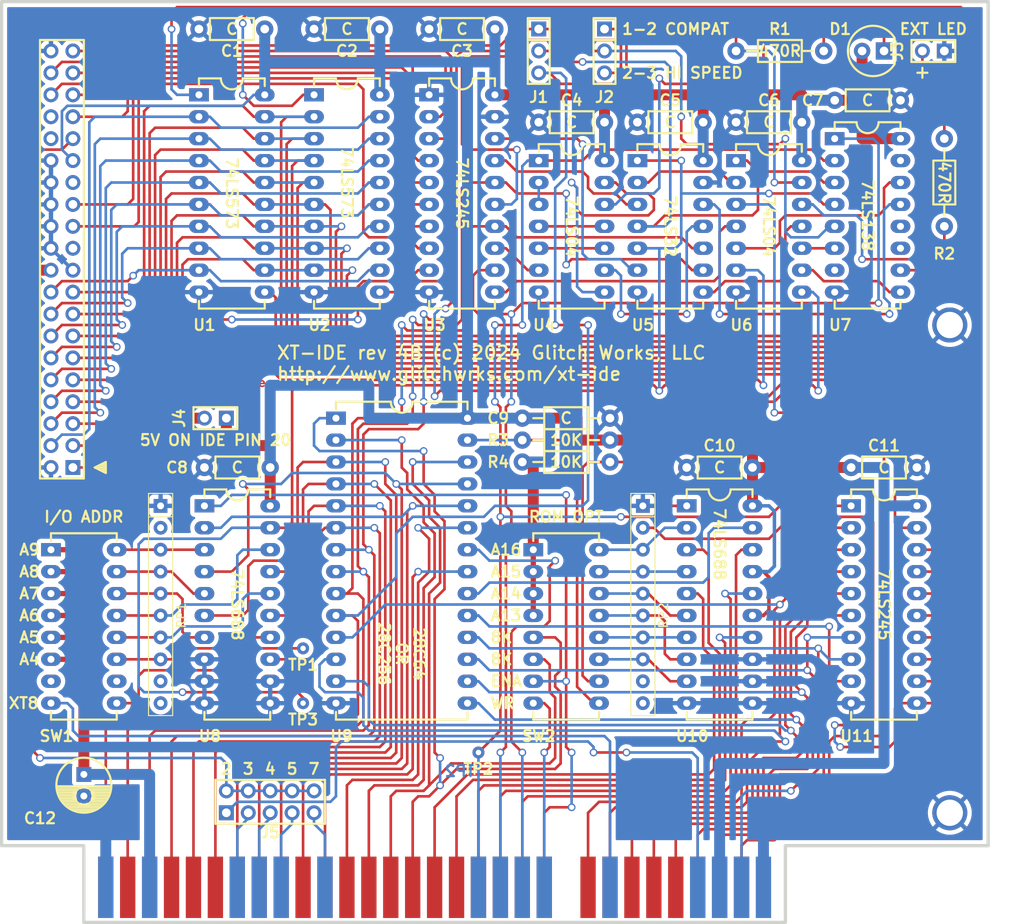
<source format=kicad_pcb>
(kicad_pcb (version 20240108) (generator "pcbnew") (generator_version "8.0")
  (title_block (title "XT-IDE Revision 3") (date "2016-05-14") (rev "3B") (company "The Glitch Works") (comment 1 "J. Chapman"))
  (layers (0 "F.Cu" signal "Component") (31 "B.Cu" signal "Copper") (34 "B.Paste" user) (35 "F.Paste" user) (36 "B.SilkS" user "B.Silkscreen") (37 "F.SilkS" user "F.Silkscreen") (38 "B.Mask" user) (39 "F.Mask" user) (44 "Edge.Cuts" user))
  (net 0 "")
  (net 1 "BA4")
  (net 2 "BD0")
  (net 3 "BA10")
  (net 4 "BRESET")
  (net 5 "BA18")
  (net 6 "BD2")
  (net 7 "BA2")
  (net 8 "BA12")
  (net 9 "BA7")
  (net 10 "/6")
  (net 11 "/7")
  (net 12 "BA19")
  (net 13 "BA15")
  (net 14 "*BMEMR")
  (net 15 "BA14")
  (net 16 "BA16")
  (net 17 "BA0")
  (net 18 "*BIOW")
  (net 19 "BA3")
  (net 20 "BA9")
  (net 21 "BIRQ7")
  (net 22 "BD5")
  (net 23 "BIRQ2")
  (net 24 "BD6")
  (net 25 "*BMEMW")
  (net 26 "BD1")
  (net 27 "GND")
  (net 28 "VCC")
  (net 29 "BA17")
  (net 30 "BA8")
  (net 31 "BA11")
  (net 32 "BD3")
  (net 33 "Net-(R2-Pad2)")
  (net 34 "Net-(D1-K)")
  (net 35 "BD7")
  (net 36 "BA13")
  (net 37 "BA1")
  (net 38 "BA6")
  (net 39 "BAEN")
  (net 40 "BD4")
  (net 41 "BIRQ5")
  (net 42 "BIRQ3")
  (net 43 "*BIOR")
  (net 44 "BA5")
  (net 45 "BIRQ4")
  (net 46 "Net-(U4-Pad11)")
  (net 47 "*DASP")
  (net 49 "D10")
  (net 50 "D7")
  (net 51 "*WE_ROM")
  (net 52 "D6")
  (net 53 "D5")
  (net 54 "D4")
  (net 55 "D3")
  (net 56 "D2")
  (net 57 "D1")
  (net 58 "D0")
  (net 60 "D12")
  (net 61 "Net-(IDE1-VCC_OPTION)")
  (net 62 "D13")
  (net 63 "D14")
  (net 64 "Net-(U4-Pad2)")
  (net 65 "A1-IDE")
  (net 66 "*RESET")
  (net 67 "*CARDSEL")
  (net 68 "*CS_IDE")
  (net 69 "*IOR_DELAYED")
  (net 70 "Net-(U4-Pad10)")
  (net 71 "Net-(U5-Pad2)")
  (net 72 "Net-(U5-Pad8)")
  (net 73 "D8")
  (net 74 "*IOW-IDE")
  (net 75 "A2-IDE")
  (net 77 "Net-(IDE1-INTRQ)")
  (net 79 "D11")
  (net 80 "Net-(U4-Pad13)")
  (net 81 "Net-(U4-Pad9)")
  (net 82 "*CARDSEL_SWITCHED")
  (net 83 "D15")
  (net 84 "*CS1FX")
  (net 85 "*CS3FX")
  (net 86 "A0-IDE")
  (net 87 "D9")
  (net 88 "*IOR-IDE")
  (net 89 "Net-(J1-Pin_2)")
  (net 90 "Net-(J2-Pin_2)")
  (net 91 "Net-(J3-Pin_2)")
  (net 92 "Net-(U10-G)")
  (net 95 "Net-(RP1-R2)")
  (net 96 "Net-(RP1-R3)")
  (net 97 "Net-(RP1-R5)")
  (net 98 "Net-(RP1-R6)")
  (net 100 "Net-(RP1-R7)")
  (net 101 "Net-(RP1-R4)")
  (net 102 "A14_SW")
  (net 103 "Net-(RP2-R5)")
  (net 106 "Net-(RP2-R3)")
  (net 107 "Net-(RP2-R2)")
  (net 108 "Net-(RP2-R4)")
  (net 109 "A13_SW")
  (net 112 "Net-(U3-B7)")
  (net 113 "Net-(U7-O6)")
  (net 114 "Net-(U7-O1)")
  (net 115 "Net-(U7-E3)")
  (net 120 "*CS_ROM")
  (net 121 "HI_RD_LOAD")
  (net 122 "*HI_RD_ENA")
  (net 123 "HI_WR_LOAD")
  (net 124 "*HI_WR_DELAYED")
  (net 125 "*HI_WR_ENA")
  (footprint "gw_mounting:120mil_no_silkscreen" (layer "F.Cu") (at 186.69 128.27)
    (property "Reference" "P6" (hide yes))
    (property "Value" "CONN_1" (hide yes))
  )
  (footprint "gw_mounting:120mil_no_silkscreen" (layer "F.Cu") (at 186.69 71.755)
    (property "Reference" "P7" (hide yes))
    (property "Value" "CONN_1" (hide yes))
  )
  (footprint "gw_headers:1x2" (layer "F.Cu") (at 101.6 82.55 -90)
    (property "Reference" "J4")
    (property "Value" "CONN_2")
  )
  (footprint "gw_headers:1x3" (layer "F.Cu") (at 139.065 40.005)
    (property "Reference" "J1")
    (property "Value" "CONN_3")
  )
  (footprint "gw_headers:1x3" (layer "F.Cu") (at 146.685 40.005)
    (property "Reference" "J2")
    (property "Value" "CONN_3")
  )
  (footprint "gw_headers:5x2" (layer "F.Cu") (at 107.95 127)
    (property "Reference" "J5")
    (property "Value" "INTERRUPT")
  )
  (footprint "gw_headers:1x2" (layer "F.Cu") (at 184.785 40.005 -90)
    (property "Reference" "J3")
    (property "Value" "CONN_2")
  )
  (footprint "gw_edge_connectors:ISA-8BIT-XT-IDE" (layer "F.Cu") (at 127 137.16)
    (property "Reference" "BUS1" (hide yes))
    (property "Value" "BUSPC" (hide yes))
  )
  (footprint "gw_leds:LED-5MM" (layer "F.Cu") (at 179.07 40.005 180)
    (property "Reference" "D1")
    (property "Value" "LED" (hide yes))
  )
  (footprint "gw_testpoints:TH_TESTPOINT" (layer "F.Cu") (at 132.08 121.285)
    (property "Reference" "TP2")
    (property "Value" "CONN_1")
  )
  (footprint "gw_testpoints:TH_TESTPOINT" (layer "F.Cu") (at 111.76 115.57)
    (property "Reference" "TP3")
    (property "Value" "CONN_1")
  )
  (footprint "gw_testpoints:TH_TESTPOINT" (layer "F.Cu") (at 111.76 109.22)
    (property "Reference" "TP1")
    (property "Value" "CONN_1")
  )
  (footprint "gw_caps_polarized:CP_RAD_250_100" (layer "F.Cu") (at 86.36 123.825 -90)
    (property "Reference" "C12")
    (property "Value" "47uF" (hide yes))
  )
  (footprint "gw_symbols:PIN1_TRIANGLE_SILKSCREEN" (layer "F.Cu") (at 87.63 88.265)
    (property "Reference" "REF**" (hide yes))
    (property "Value" "PIN1_TRIANGLE_SILKSCREEN" (hide yes))
  )
  (footprint "gw_headers:STRAIGHT_2x20" (layer "F.Cu") (at 85.09 88.265 180)
    (property "Reference" "IDE1" (hide yes))
    (property "Value" "CONN_20X2" (hide yes))
  )
  (footprint "gw_dips:DIP-16_300_OBROUND_NO_NOTCH" (layer "F.Cu") (at 82.55 97.79)
    (property "Reference" "SW1")
    (property "Value" "I/O ADDR")
  )
  (footprint "gw_dips:DIP-16_300_OBROUND_NO_NOTCH" (layer "F.Cu") (at 138.43 97.79)
    (property "Reference" "SW2")
    (property "Value" "ROM OPT")
  )
  (footprint "gw_dips:DIP-20_300_OBROUND" (layer "F.Cu") (at 99.695 45.085)
    (property "Reference" "U1")
    (property "Value" "74LS573" (hide yes))
  )
  (footprint "gw_dips:DIP-20_300_OBROUND" (layer "F.Cu") (at 113.03 45.085)
    (property "Reference" "U2")
    (property "Value" "74LS573" (hide yes))
  )
  (footprint "gw_dips:DIP-20_300_OBROUND" (layer "F.Cu") (at 126.365 45.085)
    (property "Reference" "U3")
    (property "Value" "74LS245" (hide yes))
  )
  (footprint "gw_dips:DIP-14_300_OBROUND" (layer "F.Cu") (at 150.495 52.705)
    (property "Reference" "U5")
    (property "Value" "74LS32" (hide yes))
  )
  (footprint "gw_dips:DIP-14_300_OBROUND" (layer "F.Cu") (at 161.925 52.705)
    (property "Reference" "U6")
    (property "Value" "74LS04" (hide yes))
  )
  (footprint "gw_dips:DIP-16_300_OBROUND" (layer "F.Cu") (at 173.355 50.165)
    (property "Reference" "U7")
    (property "Value" "74LS138" (hide yes))
  )
  (footprint "gw_dips:DIP-20_300_OBROUND" (layer "F.Cu") (at 100.33 92.71)
    (property "Reference" "U8")
    (property "Value" "74LS688" (hide yes))
  )
  (footprint "gw_dips:DIP-28_600_OBROUND" (layer "F.Cu") (at 115.57 82.55)
    (property "Reference" "U9")
    (property "Value" "28C256" (hide yes))
  )
  (footprint "gw_dips:DIP-20_300_OBROUND" (layer "F.Cu") (at 156.21 92.71)
    (property "Reference" "U10")
    (property "Value" "74LS688" (hide yes))
  )
  (footprint "gw_dips:DIP-20_300_OBROUND" (layer "F.Cu") (at 175.26 92.71)
    (property "Reference" "U11")
    (property "Value" "74LS245" (hide yes))
  )
  (footprint "Resistor_THT:R_Array_SIP10" (layer "F.Cu") (at 95.25 92.71 -90)
    (property "Reference" "RP1")
    (property "Value" "10K")
  )
  (footprint "Resistor_THT:R_Array_SIP10" (layer "F.Cu") (at 151.13 92.71 -90)
    (property "Reference" "RP2")
    (property "Value" "10K")
  )
  (footprint "gw_axial_res_cap:AX_300" (layer "F.Cu") (at 107.315 37.465 180)
    (property "Reference" "C1")
    (property "Value" "C")
  )
  (footprint "gw_axial_res_cap:AX_300" (layer "F.Cu") (at 120.65 37.465 180)
    (property "Reference" "C2")
    (property "Value" "C")
  )
  (footprint "gw_axial_res_cap:AX_300" (layer "F.Cu") (at 133.985 37.465 180)
    (property "Reference" "C3")
    (property "Value" "C")
  )
  (footprint "gw_axial_res_cap:AX_300" (layer "F.Cu") (at 146.685 48.26 180)
    (property "Reference" "C4")
    (property "Value" "C")
  )
  (footprint "gw_axial_res_cap:AX_300" (layer "F.Cu") (at 158.115 48.26 180)
    (property "Reference" "C5")
    (property "Value" "C")
  )
  (footprint "gw_axial_res_cap:AX_300" (layer "F.Cu") (at 169.545 48.26 180)
    (property "Reference" "C6")
    (property "Value" "C")
  )
  (footprint "gw_axial_res_cap:AX_300" (layer "F.Cu") (at 173.355 45.72)
    (property "Reference" "C7")
    (property "Value" "C")
  )
  (footprint "gw_axial_res_cap:AX_400" (layer "F.Cu") (at 137.16 82.55)
    (property "Reference" "C9")
    (property "Value" "C")
  )
  (footprint "gw_axial_res_cap:AX_300" (layer "F.Cu") (at 107.95 88.265 180)
    (property "Reference" "C8")
    (property "Value" "C")
  )
  (footprint "gw_axial_res_cap:AX_300" (layer "F.Cu") (at 163.83 88.265 180)
    (property "Reference" "C10")
    (property "Value" "C")
  )
  (footprint "gw_axial_res_cap:AX_400" (layer "F.Cu") (at 172.085 40.005 180)
    (property "Reference" "R1")
    (property "Value" "470R")
  )
  (footprint "gw_axial_res_cap:AX_400" (layer "F.Cu") (at 186.055 50.165 -90)
    (property "Reference" "R2")
    (property "Value" "470R" (hide yes))
  )
  (footprint "gw_axial_res_cap:AX_400" (layer "F.Cu") (at 147.32 85.09 180)
    (property "Reference" "R3")
    (property "Value" "10K")
  )
  (footprint "gw_axial_res_cap:AX_400" (layer "F.Cu") (at 137.16 87.63)
    (property "Reference" "R4")
    (property "Value" "10K")
  )
  (footprint "gw_dips:DIP-14_300_OBROUND" (layer "F.Cu") (at 139.065 52.705)
    (property "Reference" "U4")
    (property "Value" "74LS04" (hide yes))
  )
  (footprint "gw_axial_res_cap:AX_300" (layer "F.Cu") (at 175.26 88.265)
    (property "Reference" "C11")
    (property "Value" "C")
  )
  (footprint "gw_symbols:OSHW_7.5x8mm_FCu_FMask" (layer "F.Cu") (at 103.505 76.2)
    (property "Reference" "REF***" (hide yes))
    (property "Value" "OSHW_7.5x8mm_FCu_FMask" (hide yes))
  )
  (gr_line (start 86.36 140.97) (end 167.64 140.97) (stroke (width 0.381)) (layer "Edge.Cuts"))
  (gr_line (start 86.36 132.08) (end 86.36 140.97) (stroke (width 0.381)) (layer "Edge.Cuts"))
  (gr_line (start 86.36 132.08) (end 76.835 132.08) (stroke (width 0.381)) (layer "Edge.Cuts"))
  (gr_line (start 167.64 140.97) (end 167.64 132.08) (stroke (width 0.381)) (layer "Edge.Cuts"))
  (gr_line (start 191.135 34.29) (end 76.835 34.29) (stroke (width 0.381)) (layer "Edge.Cuts"))
  (gr_line (start 177.8 132.08) (end 191.135 132.08) (stroke (width 0.381)) (layer "Edge.Cuts"))
  (gr_line (start 191.135 132.08) (end 191.135 34.29) (stroke (width 0.381)) (layer "Edge.Cuts"))
  (gr_line (start 76.835 132.08) (end 76.835 34.29) (stroke (width 0.381)) (layer "Edge.Cuts"))
  (gr_line (start 167.64 132.08) (end 177.8 132.08) (stroke (width 0.381)) (layer "Edge.Cuts"))
  (gr_text "TP2" (at 129.921 123.444 0) (layer "B.Cu") (effects (font (size 1.27 1.27) (thickness 0.254)) (justify mirror)))
  (gr_text "+" (at 183.515 42.418 0) (layer "F.SilkS") (effects (font (size 1.524 1.524) (thickness 0.254))))
  (gr_text "74LS32" (at 154.305 60.325 270) (layer "F.SilkS") (effects (font (size 1.27 1.27) (thickness 0.254))))
  (gr_text "74LS04" (at 142.875 60.325 270) (layer "F.SilkS") (effects (font (size 1.27 1.27) (thickness 0.254))))
  (gr_text "7" (at 113.03 123.19 0) (layer "F.SilkS") (effects (font (size 1.27 1.27) (thickness 0.254))))
  (gr_text "A4" (at 78.74 110.49 0) (layer "F.SilkS") (effects (font (size 1.27 1.27) (thickness 0.254)) (justify left)))
  (gr_text "A7" (at 78.74 102.87 0) (layer "F.SilkS") (effects (font (size 1.27 1.27) (thickness 0.254)) (justify left)))
  (gr_text "74LS688" (at 104.14 104.14 270) (layer "F.SilkS") (effects (font (size 1.27 1.27) (thickness 0.254))))
  (gr_text "A5" (at 78.74 107.95 0) (layer "F.SilkS") (effects (font (size 1.27 1.27) (thickness 0.254)) (justify left)))
  (gr_text "74LS138" (at 177.165 59.055 270) (layer "F.SilkS") (effects (font (size 1.27 1.27) (thickness 0.254))))
  (gr_text "A6" (at 78.74 105.41 0) (layer "F.SilkS") (effects (font (size 1.27 1.27) (thickness 0.254)) (justify left)))
  (gr_text "XT8" (at 79.375 115.57 0) (layer "F.SilkS") (effects (font (size 1.27 1.27) (thickness 0.254))))
  (gr_text "XT-IDE rev 4B (c) 2024 Glitch Works, LLC\nhttp://www.glitchwrks.com/xt-ide" (at 108.585 76.2 0) (layer "F.SilkS") (effects (font (size 1.524 1.524) (thickness 0.254)) (justify left)))
  (gr_text "74LS245" (at 179.07 104.14 270) (layer "F.SilkS") (effects (font (size 1.27 1.27) (thickness 0.254))))
  (gr_text "5" (at 110.49 123.19 0) (layer "F.SilkS") (effects (font (size 1.27 1.27) (thickness 0.254))))
  (gr_text "28C64\nOR\n28C256" (at 123.19 109.855 270) (layer "F.SilkS") (effects (font (size 1.27 1.27) (thickness 0.254))))
  (gr_text "74LS573" (at 103.505 56.515 270) (layer "F.SilkS") (effects (font (size 1.27 1.27) (thickness 0.254))))
  (gr_text "74LS573" (at 116.84 55.245 270) (layer "F.SilkS") (effects (font (size 1.27 1.27) (thickness 0.254))))
  (gr_text "A15" (at 133.35 100.33 0) (layer "F.SilkS") (effects (font (size 1.27 1.27) (thickness 0.254)) (justify left)))
  (gr_text "74LS688" (at 160.02 97.155 270) (layer "F.SilkS") (effects (font (size 1.27 1.27) (thickness 0.254))))
  (gr_text "8K" (at 133.35 107.95 0) (layer "F.SilkS") (effects (font (size 1.27 1.27) (thickness 0.254)) (justify left)))
  (gr_text "WR" (at 133.35 115.57 0) (layer "F.SilkS") (effects (font (size 1.27 1.27) (thickness 0.254)) (justify left)))
  (gr_text "A13" (at 133.35 105.41 0) (layer "F.SilkS") (effects (font (size 1.27 1.27) (thickness 0.254)) (justify left)))
  (gr_text "A14" (at 133.35 102.87 0) (layer "F.SilkS") (effects (font (size 1.27 1.27) (thickness 0.254)) (justify left)))
  (gr_text "470R" (at 186.055 55.245 270) (layer "F.SilkS") (effects (font (size 1.27 1.27) (thickness 0.254))))
  (gr_text "5V ON IDE PIN 20" (at 92.71 85.09 0) (layer "F.SilkS") (effects (font (size 1.27 1.27) (thickness 0.254)) (justify left)))
  (gr_text "1-2 COMPAT" (at 148.59 37.465 0) (layer "F.SilkS") (effects (font (size 1.27 1.27) (thickness 0.254)) (justify left)))
  (gr_text "A16" (at 133.35 97.79 0) (layer "F.SilkS") (effects (font (size 1.27 1.27) (thickness 0.254)) (justify left)))
  (gr_text "4" (at 107.95 123.19 0) (layer "F.SilkS") (effects (font (size 1.27 1.27) (thickness 0.254))))
  (gr_text "2-3 HI SPEED" (at 148.59 42.545 0) (layer "F.SilkS") (effects (font (size 1.27 1.27) (thickness 0.254)) (justify left)))
  (gr_text "EXT LED" (at 184.785 37.465 0) (layer "F.SilkS") (effects (font (size 1.27 1.27) (thickness 0.254))))
  (gr_text "2" (at 102.87 123.19 0) (layer "F.SilkS") (effects (font (size 1.27 1.27) (thickness 0.254))))
  (gr_text "A8" (at 78.74 100.33 0) (layer "F.SilkS") (effects (font (size 1.27 1.27) (thickness 0.254)) (justify left)))
  (gr_text "74LS245" (at 130.175 56.515 270) (layer "F.SilkS") (effects (font (size 1.27 1.27) (thickness 0.254))))
  (gr_text "3" (at 105.41 123.19 0) (layer "F.SilkS") (effects (font (size 1.27 1.27) (thickness 0.254))))
  (gr_text "ENA" (at 133.35 113.03 0) (layer "F.SilkS") (effects (font (size 1.27 1.27) (thickness 0.254)) (justify left)))
  (gr_text "8K" (at 133.35 110.49 0) (layer "F.SilkS") (effects (font (size 1.27 1.27) (thickness 0.254)) (justify left)))
  (gr_text "74LS04" (at 165.735 60.325 270) (layer "F.SilkS") (effects (font (size 1.27 1.27) (thickness 0.254))))
  (gr_text "A9" (at 78.74 97.79 0) (layer "F.SilkS") (effects (font (size 1.27 1.27) (thickness 0.254)) (justify left)))
  (segment (start 120.65 119.38) (end 120.65 95.885) (width 0.3048) (layer "F.Cu") (net 1))
  (segment (start 120.65 95.885) (end 120.015 95.25) (width 0.3048) (layer "F.Cu") (net 1))
  (segment (start 120.65 119.38) (end 120.015 120.015) (width 0.3048) (layer "F.Cu") (net 1))
  (segment (start 99.695 120.015) (end 120.015 120.015) (width 0.3048) (layer "F.Cu") (net 1))
  (segment (start 99.695 120.015) (end 99.06 120.65) (width 0.3048) (layer "F.Cu") (net 1))
  (segment (start 99.06 136.906) (end 99.06 120.65) (width 0.3048) (layer "F.Cu") (net 1))
  (segment (start 113.03 110.49) (end 113.665 109.855) (width 0.3048) (layer "F.Cu") (net 1))
  (segment (start 113.665 109.855) (end 113.665 95.885) (width 0.3048) (layer "F.Cu") (net 1))
  (segment (start 113.665 95.885) (end 114.3 95.25) (width 0.3048) (layer "F.Cu") (net 1))
  (segment (start 114.3 95.25) (end 115.57 95.25) (width 0.3048) (layer "F.Cu") (net 1))
  (segment (start 107.95 110.49) (end 113.03 110.49) (width 0.3048) (layer "F.Cu") (net 1))
  (via (at 120.015 95.25) (size 0.889) (drill 0.5842) (layers "F.Cu" "B.Cu") (net 1))
  (segment (start 120.015 95.25) (end 115.57 95.25) (width 0.3048) (layer "B.Cu") (net 1))
  (segment (start 173.99 95.25) (end 175.26 95.25) (width 0.3048) (layer "F.Cu") (net 2))
  (segment (start 166.37 104.775) (end 166.37 116.84) (width 0.3048) (layer "F.Cu") (net 2))
  (segment (start 167.005 104.14) (end 166.37 104.775) (width 0.3048) (layer "F.Cu") (net 2))
  (segment (start 144.78 128.27) (end 146.05 127) (width 0.3048) (layer "F.Cu") (net 2))
  (segment (start 144.78 128.27) (end 144.78 136.906) (width 0.3048) (layer "F.Cu") (net 2))
  (segment (start 165.735 117.475) (end 163.195 117.475) (width 0.3048) (layer "F.Cu") (net 2))
  (segment (start 163.195 117.475) (end 162.56 118.11) (width 0.3048) (layer "F.Cu") (net 2))
  (segment (start 162.56 118.11) (end 162.56 126.365) (width 0.3048) (layer "F.Cu") (net 2))
  (segment (start 162.56 126.365) (end 161.925 127) (width 0.3048) (layer "F.Cu") (net 2))
  (segment (start 167.64 95.885) (end 168.275 95.25) (width 0.3048) (layer "F.Cu") (net 2))
  (segment (start 168.275 95.25) (end 173.99 95.25) (width 0.3048) (layer "F.Cu") (net 2))
  (segment (start 167.64 103.505) (end 167.64 95.885) (width 0.3048) (layer "F.Cu") (net 2))
  (segment (start 167.005 104.14) (end 167.64 103.505) (width 0.3048) (layer "F.Cu") (net 2))
  (segment (start 146.05 127) (end 161.925 127) (width 0.3048) (layer "F.Cu") (net 2))
  (segment (start 166.37 116.84) (end 165.735 117.475) (width 0.3048) (layer "F.Cu") (net 2))
  (via (at 167.005 104.14) (size 0.889) (drill 0.5842) (layers "F.Cu" "B.Cu") (net 2))
  (segment (start 117.475 107.95) (end 121.285 104.14) (width 0.3048) (layer "B.Cu") (net 2))
  (segment (start 121.285 104.14) (end 167.005 104.14) (width 0.3048) (layer "B.Cu") (net 2))
  (segment (start 115.57 107.95) (end 117.475 107.95) (width 0.3048) (layer "B.Cu") (net 2))
  (segment (start 125.095 100.33) (end 124.46 100.965) (width 0.3048) (layer "F.Cu") (net 3))
  (segment (start 123.825 123.825) (end 114.935 123.825) (width 0.3048) (layer "F.Cu") (net 3))
  (segment (start 114.935 123.825) (end 114.3 124.46) (width 0.3048) (layer "F.Cu") (net 3))
  (segment (start 114.3 124.46) (end 114.3 136.906) (width 0.3048) (layer "F.Cu") (net 3))
  (segment (start 124.46 100.965) (end 124.46 123.19) (width 0.3048) (layer "F.Cu") (net 3))
  (segment (start 124.46 123.19) (end 123.825 123.825) (width 0.3048) (layer "F.Cu") (net 3))
  (via (at 125.095 100.33) (size 0.889) (drill 0.5842) (layers "F.Cu" "B.Cu") (net 3))
  (segment (start 125.095 100.33) (end 129.54 100.33) (width 0.3048) (layer "B.Cu") (net 3))
  (segment (start 130.81 100.33) (end 129.54 100.33) (width 0.3048) (layer "B.Cu") (net 3))
  (segment (start 168.275 125.73) (end 168.91 125.095) (width 0.3048) (layer "F.Cu") (net 4))
  (segment (start 168.91 125.095) (end 172.085 125.095) (width 0.3048) (layer "F.Cu") (net 4))
  (segment (start 172.085 125.095) (end 172.72 124.46) (width 0.3048) (layer "F.Cu") (net 4))
  (segment (start 172.72 124.46) (end 172.72 120.015) (width 0.3048) (layer "F.Cu") (net 4))
  (segment (start 172.72 120.015) (end 173.355 119.38) (width 0.3048) (layer "F.Cu") (net 4))
  (segment (start 173.355 119.38) (end 178.435 119.38) (width 0.3048) (layer "F.Cu") (net 4))
  (segment (start 179.07 118.745) (end 179.07 82.55) (width 0.3048) (layer "F.Cu") (net 4))
  (segment (start 179.07 82.55) (end 178.435 81.915) (width 0.3048) (layer "F.Cu") (net 4))
  (segment (start 178.435 81.915) (end 166.37 81.915) (width 0.3048) (layer "F.Cu") (net 4))
  (segment (start 178.435 119.38) (end 179.07 118.745) (width 0.3048) (layer "F.Cu") (net 4))
  (via (at 168.275 125.73) (size 0.889) (drill 0.5842) (layers "F.Cu" "B.Cu") (net 4))
  (via (at 166.37 81.915) (size 0.889) (drill 0.5842) (layers "F.Cu" "B.Cu") (net 4))
  (segment (start 162.56 126.365) (end 163.195 125.73) (width 0.3048) (layer "B.Cu") (net 4))
  (segment (start 163.195 125.73) (end 168.275 125.73) (width 0.3048) (layer "B.Cu") (net 4))
  (segment (start 166.37 58.42) (end 165.735 57.785) (width 0.3048) (layer "B.Cu") (net 4))
  (segment (start 165.735 57.785) (end 161.925 57.785) (width 0.3048) (layer "B.Cu") (net 4))
  (segment (start 162.56 136.906) (end 162.56 126.365) (width 0.3048) (layer "B.Cu") (net 4))
  (segment (start 166.37 81.915) (end 166.37 58.42) (width 0.3048) (layer "B.Cu") (net 4))
  (segment (start 161.29 125.095) (end 161.29 103.505) (width 0.3048) (layer "F.Cu") (net 5))
  (segment (start 161.29 103.505) (end 160.655 102.87) (width 0.3048) (layer "F.Cu") (net 5))
  (segment (start 161.29 125.095) (end 160.655 125.73) (width 0.3048) (layer "F.Cu") (net 5))
  (segment (start 135.255 125.73) (end 134.62 126.365) (width 0.3048) (layer "F.Cu") (net 5))
  (segment (start 134.62 126.365) (end 134.62 136.906) (width 0.3048) (layer "F.Cu") (net 5))
  (segment (start 135.255 125.73) (end 160.655 125.73) (width 0.3048) (layer "F.Cu") (net 5))
  (via (at 160.655 102.87) (size 0.889) (drill 0.5842) (layers "F.Cu" "B.Cu") (net 5))
  (segment (start 163.83 102.87) (end 160.655 102.87) (width 0.3048) (layer "B.Cu") (net 5))
  (segment (start 167.64 106.68) (end 167.64 118.11) (width 0.3048) (layer "F.Cu") (net 6))
  (segment (start 167.64 118.11) (end 168.275 118.745) (width 0.3048) (layer "F.Cu") (net 6))
  (segment (start 168.91 120.65) (end 168.91 119.38) (width 0.3048) (layer "F.Cu") (net 6))
  (segment (start 168.91 119.38) (end 168.275 118.745) (width 0.3048) (layer "F.Cu") (net 6))
  (segment (start 150.495 128.27) (end 149.86 128.905) (width 0.3048) (layer "F.Cu") (net 6))
  (segment (start 149.86 136.906) (end 149.86 128.905) (width 0.3048) (layer "F.Cu") (net 6))
  (segment (start 163.195 128.27) (end 163.83 127.635) (width 0.3048) (layer "F.Cu") (net 6))
  (segment (start 163.83 127.635) (end 163.83 121.92) (width 0.3048) (layer "F.Cu") (net 6))
  (segment (start 163.83 121.92) (end 164.465 121.285) (width 0.3048) (layer "F.Cu") (net 6))
  (segment (start 164.465 121.285) (end 168.275 121.285) (width 0.3048) (layer "F.Cu") (net 6))
  (segment (start 168.275 121.285) (end 168.91 120.65) (width 0.3048) (layer "F.Cu") (net 6))
  (segment (start 168.91 105.41) (end 168.91 100.965) (width 0.3048) (layer "F.Cu") (net 6))
  (segment (start 168.91 100.965) (end 169.545 100.33) (width 0.3048) (layer "F.Cu") (net 6))
  (segment (start 169.545 100.33) (end 173.99 100.33) (width 0.3048) (layer "F.Cu") (net 6))
  (segment (start 175.26 100.33) (end 173.99 100.33) (width 0.3048) (layer "F.Cu") (net 6))
  (segment (start 150.495 128.27) (end 163.195 128.27) (width 0.3048) (layer "F.Cu") (net 6))
  (segment (start 167.64 106.68) (end 168.91 105.41) (width 0.3048) (layer "F.Cu") (net 6))
  (via (at 168.275 118.745) (size 0.889) (drill 0.5842) (layers "F.Cu" "B.Cu") (net 6))
  (segment (start 120.015 118.11) (end 167.005 118.11) (width 0.3048) (layer "B.Cu") (net 6))
  (segment (start 167.005 118.11) (end 167.64 118.745) (width 0.3048) (layer "B.Cu") (net 6))
  (segment (start 118.745 113.03) (end 119.38 113.665) (width 0.3048) (layer "B.Cu") (net 6))
  (segment (start 119.38 113.665) (end 119.38 117.475) (width 0.3048) (layer "B.Cu") (net 6))
  (segment (start 119.38 117.475) (end 120.015 118.11) (width 0.3048) (layer "B.Cu") (net 6))
  (segment (start 168.275 118.745) (end 167.64 118.745) (width 0.3048) (layer "B.Cu") (net 6))
  (segment (start 115.57 113.03) (end 118.745 113.03) (width 0.3048) (layer "B.Cu") (net 6))
  (segment (start 119.38 118.11) (end 119.38 100.965) (width 0.3048) (layer "F.Cu") (net 7))
  (segment (start 119.38 100.965) (end 118.745 100.33) (width 0.3048) (layer "F.Cu") (net 7))
  (segment (start 119.38 118.11) (end 118.745 118.745) (width 0.3048) (layer "F.Cu") (net 7))
  (segment (start 94.615 118.745) (end 118.745 118.745) (width 0.3048) (layer "F.Cu") (net 7))
  (segment (start 94.615 118.745) (end 93.98 119.38) (width 0.3048) (layer "F.Cu") (net 7))
  (segment (start 93.98 136.906) (end 93.98 119.38) (width 0.3048) (layer "F.Cu") (net 7))
  (segment (start 125.095 71.755) (end 129.54 71.755) (width 0.3048) (layer "F.Cu") (net 7))
  (segment (start 124.46 71.12) (end 125.095 71.755) (width 0.3048) (layer "F.Cu") (net 7))
  (segment (start 118.11 83.82) (end 118.745 83.185) (width 0.3048) (layer "F.Cu") (net 7))
  (segment (start 118.745 83.185) (end 123.825 83.185) (width 0.3048) (layer "F.Cu") (net 7))
  (segment (start 123.825 83.185) (end 124.46 82.55) (width 0.3048) (layer "F.Cu") (net 7))
  (segment (start 124.46 82.55) (end 124.46 80.01) (width 0.3048) (layer "F.Cu") (net 7))
  (segment (start 156.845 65.405) (end 155.575 64.135) (width 0.3048) (layer "F.Cu") (net 7))
  (segment (start 155.575 64.135) (end 142.875 64.135) (width 0.3048) (layer "F.Cu") (net 7))
  (segment (start 142.24 56.515) (end 136.525 56.515) (width 0.3048) (layer "F.Cu") (net 7))
  (segment (start 136.525 56.515) (end 135.255 55.245) (width 0.3048) (layer "F.Cu") (net 7))
  (segment (start 135.255 55.245) (end 133.985 55.245) (width 0.3048) (layer "F.Cu") (net 7))
  (segment (start 130.175 71.12) (end 130.175 55.88) (width 0.3048) (layer "F.Cu") (net 7))
  (segment (start 130.81 55.245) (end 133.985 55.245) (width 0.3048) (layer "F.Cu") (net 7))
  (segment (start 142.875 64.135) (end 142.24 64.77) (width 0.3048) (layer "F.Cu") (net 7))
  (segment (start 129.54 71.755) (end 130.175 71.12) (width 0.3048) (layer "F.Cu") (net 7))
  (segment (start 118.745 100.33) (end 118.11 99.695) (width 0.3048) (layer "F.Cu") (net 7))
  (segment (start 130.175 55.88) (end 130.81 55.245) (width 0.3048) (layer "F.Cu") (net 7))
  (segment (start 118.11 99.695) (end 118.11 83.82) (width 0.3048) (layer "F.Cu") (net 7))
  (segment (start 158.115 65.405) (end 156.845 65.405) (width 0.3048) (layer "F.Cu") (net 7))
  (via (at 118.745 100.33) (size 0.889) (drill 0.5842) (layers "F.Cu" "B.Cu") (net 7))
  (via (at 124.46 71.12) (size 0.889) (drill 0.5842) (layers "F.Cu" "B.Cu") (net 7))
  (via (at 142.24 56.515) (size 0.889) (drill 0.5842) (layers "F.Cu" "B.Cu") (net 7))
  (via (at 142.24 64.77) (size 0.889) (drill 0.5842) (layers "F.Cu" "B.Cu") (net 7))
  (via (at 124.46 80.01) (size 0.889) (drill 0.5842) (layers "F.Cu" "B.Cu") (net 7))
  (segment (start 118.745 100.33) (end 115.57 100.33) (width 0.3048) (layer "B.Cu") (net 7))
  (segment (start 124.46 80.01) (end 124.46 71.12) (width 0.3048) (layer "B.Cu") (net 7))
  (segment (start 142.24 64.77) (end 142.24 56.515) (width 0.3048) (layer "B.Cu") (net 7))
  (segment (start 125.73 124.46) (end 125.73 102.235) (width 0.3048) (layer "F.Cu") (net 8))
  (segment (start 125.73 102.235) (end 127 100.965) (width 0.3048) (layer "F.Cu") (net 8))
  (segment (start 127 100.965) (end 127 95.885) (width 0.3048) (layer "F.Cu") (net 8))
  (segment (start 125.73 94.615) (end 125.73 92.71) (width 0.3048) (layer "F.Cu") (net 8))
  (segment (start 125.73 92.71) (end 123.825 90.805) (width 0.3048) (layer "F.Cu") (net 8))
  (segment (start 125.095 125.095) (end 120.015 125.095) (width 0.3048) (layer "F.Cu") (net 8))
  (segment (start 120.015 125.095) (end 119.38 125.73) (width 0.3048) (layer "F.Cu") (net 8))
  (segment (start 119.38 136.906) (end 119.38 125.73) (width 0.3048) (layer "F.Cu") (net 8))
  (segment (start 123.825 88.9) (end 123.19 88.265) (width 0.3048) (layer "F.Cu") (net 8))
  (segment (start 123.19 88.265) (end 123.19 85.09) (width 0.3048) (layer "F.Cu") (net 8))
  (segment (start 123.825 90.805) (end 123.825 88.9) (width 0.3048) (layer "F.Cu") (net 8))
  (segment (start 127 95.885) (end 125.73 94.615) (width 0.3048) (layer "F.Cu") (net 8))
  (segment (start 125.73 124.46) (end 125.095 125.095) (width 0.3048) (layer "F.Cu") (net 8))
  (via (at 123.19 85.09) (size 0.889) (drill 0.5842) (layers "F.Cu" "B.Cu") (net 8))
  (segment (start 123.19 85.09) (end 115.57 85.09) (width 0.3048) (layer "B.Cu") (net 8))
  (segment (start 111.76 87.63) (end 111.125 88.265) (width 0.3048) (layer "F.Cu") (net 9))
  (segment (start 111.125 88.265) (end 111.125 98.425) (width 0.3048) (layer "F.Cu") (net 9))
  (segment (start 111.125 98.425) (end 110.49 99.06) (width 0.3048) (layer "F.Cu") (net 9))
  (segment (start 110.49 99.06) (end 106.045 99.06) (width 0.3048) (layer "F.Cu") (net 9))
  (segment (start 106.045 99.06) (end 105.41 99.695) (width 0.3048) (layer "F.Cu") (net 9))
  (segment (start 105.41 99.695) (end 105.41 104.775) (width 0.3048) (layer "F.Cu") (net 9))
  (segment (start 105.41 104.775) (end 104.775 105.41) (width 0.3048) (layer "F.Cu") (net 9))
  (segment (start 104.775 105.41) (end 100.33 105.41) (width 0.3048) (layer "F.Cu") (net 9))
  (segment (start 121.92 121.92) (end 107.315 121.92) (width 0.3048) (layer "F.Cu") (net 9))
  (segment (start 107.315 121.92) (end 106.68 122.555) (width 0.3048) (layer "F.Cu") (net 9))
  (segment (start 106.68 136.906) (end 106.68 122.555) (width 0.3048) (layer "F.Cu") (net 9))
  (segment (start 121.285 90.17) (end 121.285 87.63) (width 0.3048) (layer "F.Cu") (net 9))
  (segment (start 115.57 87.63) (end 111.76 87.63) (width 0.3048) (layer "F.Cu") (net 9))
  (segment (start 121.285 90.17) (end 122.555 91.44) (width 0.3048) (layer "F.Cu") (net 9))
  (segment (start 122.555 121.285) (end 121.92 121.92) (width 0.3048) (layer "F.Cu") (net 9))
  (segment (start 122.555 91.44) (end 122.555 121.285) (width 0.3048) (layer "F.Cu") (net 9))
  (via (at 121.285 87.63) (size 0.889) (drill 0.5842) (layers "F.Cu" "B.Cu") (net 9))
  (segment (start 121.285 87.63) (end 115.57 87.63) (width 0.3048) (layer "B.Cu") (net 9))
  (segment (start 147.955 56.515) (end 145.415 56.515) (width 0.3048) (layer "F.Cu") (net 10))
  (segment (start 145.415 56.515) (end 144.78 55.88) (width 0.3048) (layer "F.Cu") (net 10))
  (segment (start 144.78 55.88) (end 144.78 54.61) (width 0.3048) (layer "F.Cu") (net 10))
  (segment (start 144.78 54.61) (end 144.145 53.975) (width 0.3048) (layer "F.Cu") (net 10))
  (segment (start 144.145 53.975) (end 136.525 53.975) (width 0.3048) (layer "F.Cu") (net 10))
  (segment (start 136.525 53.975) (end 135.255 52.705) (width 0.3048) (layer "F.Cu") (net 10))
  (segment (start 133.985 52.705) (end 135.255 52.705) (width 0.3048) (layer "F.Cu") (net 10))
  (segment (start 149.225 57.785) (end 150.495 57.785) (width 0.3048) (layer "F.Cu") (net 10))
  (segment (start 147.955 56.515) (end 149.225 57.785) (width 0.3048) (layer "F.Cu") (net 10))
  (segment (start 144.145 50.8) (end 143.51 50.165) (width 0.3048) (layer "F.Cu") (net 11))
  (segment (start 143.51 50.165) (end 133.985 50.165) (width 0.3048) (layer "F.Cu") (net 11))
  (via (at 144.145 50.8) (size 0.889) (drill 0.5842) (layers "F.Cu" "B.Cu") (net 11))
  (segment (start 149.86 65.405) (end 148.59 64.135) (width 0.3048) (layer "B.Cu") (net 11))
  (segment (start 148.59 64.135) (end 144.78 64.135) (width 0.3048) (layer "B.Cu") (net 11))
  (segment (start 144.78 64.135) (end 144.145 63.5) (width 0.3048) (layer "B.Cu") (net 11))
  (segment (start 144.145 63.5) (end 144.145 50.8) (width 0.3048) (layer "B.Cu") (net 11))
  (segment (start 150.495 65.405) (end 149.86 65.405) (width 0.3048) (layer "B.Cu") (net 11))
  (segment (start 161.925 125.73) (end 161.925 98.425) (width 0.3048) (layer "F.Cu") (net 12))
  (segment (start 161.925 98.425) (end 162.56 97.79) (width 0.3048) (layer "F.Cu") (net 12))
  (segment (start 163.83 97.79) (end 162.56 97.79) (width 0.3048) (layer "F.Cu") (net 12))
  (segment (start 161.925 125.73) (end 161.29 126.365) (width 0.3048) (layer "F.Cu") (net 12))
  (segment (start 137.795 126.365) (end 137.16 127) (width 0.3048) (layer "F.Cu") (net 12))
  (segment (start 137.16 127) (end 137.16 136.906) (width 0.3048) (layer "F.Cu") (net 12))
  (segment (start 137.795 126.365) (end 161.29 126.365) (width 0.3048) (layer "F.Cu") (net 12))
  (segment (start 159.385 123.19) (end 159.385 110.49) (width 0.3048) (layer "F.Cu") (net 13))
  (segment (start 159.385 110.49) (end 158.115 109.22) (width 0.3048) (layer "F.Cu") (net 13))
  (segment (start 158.115 109.22) (end 158.115 103.505) (width 0.3048) (layer "F.Cu") (net 13))
  (segment (start 158.115 103.505) (end 157.48 102.87) (width 0.3048) (layer "F.Cu") (net 13))
  (segment (start 156.21 102.87) (end 157.48 102.87) (width 0.3048) (layer "F.Cu") (net 13))
  (segment (start 159.385 123.19) (end 158.75 123.825) (width 0.3048) (layer "F.Cu") (net 13))
  (segment (start 130.81 123.825) (end 127 127.635) (width 0.3048) (layer "F.Cu") (net 13))
  (segment (start 127 127.635) (end 127 136.906) (width 0.3048) (layer "F.Cu") (net 13))
  (segment (start 130.81 123.825) (end 158.75 123.825) (width 0.3048) (layer "F.Cu") (net 13))
  (segment (start 135.89 107.315) (end 136.525 106.68) (width 0.3048) (layer "F.Cu") (net 14))
  (segment (start 136.525 106.68) (end 139.7 106.68) (width 0.3048) (layer "F.Cu") (net 14))
  (segment (start 139.7 106.68) (end 140.335 106.045) (width 0.3048) (layer "F.Cu") (net 14))
  (segment (start 140.335 106.045) (end 140.335 99.695) (width 0.3048) (layer "F.Cu") (net 14))
  (segment (start 140.335 99.695) (end 140.97 99.06) (width 0.3048) (layer "F.Cu") (net 14))
  (segment (start 135.89 107.315) (end 135.89 120.015) (width 0.3048) (layer "F.Cu") (net 14))
  (segment (start 137.16 121.285) (end 135.89 120.015) (width 0.3048) (layer "F.Cu") (net 14))
  (via (at 137.16 121.285) (size 0.889) (drill 0.5842) (layers "F.Cu" "B.Cu") (net 14))
  (via (at 140.97 99.06) (size 0.889) (drill 0.5842) (layers "F.Cu" "B.Cu") (net 14))
  (segment (start 137.16 136.906) (end 137.16 121.285) (width 0.3048) (layer "B.Cu") (net 14))
  (segment (start 133.35 99.06) (end 132.08 97.79) (width 0.3048) (layer "B.Cu") (net 14))
  (segment (start 132.08 97.79) (end 130.81 97.79) (width 0.3048) (layer "B.Cu") (net 14))
  (segment (start 140.97 99.06) (end 133.35 99.06) (width 0.3048) (layer "B.Cu") (net 14))
  (segment (start 127 121.285) (end 127 103.505) (width 0.3048) (layer "F.Cu") (net 15))
  (segment (start 127 103.505) (end 128.143002 102.361998) (width 0.3048) (layer "F.Cu") (net 15))
  (segment (start 128.143002 94.488002) (end 127 93.345) (width 0.3048) (layer "F.Cu") (net 15))
  (segment (start 127 93.345) (end 127 91.44) (width 0.3048) (layer "F.Cu") (net 15))
  (segment (start 127 91.44) (end 125.73 90.17) (width 0.3048) (layer "F.Cu") (net 15))
  (segment (start 141.605 114.3) (end 141.605 122.555) (width 0.3048) (layer "F.Cu") (net 15))
  (segment (start 140.97 112.395) (end 140.97 113.665) (width 0.3048) (layer "F.Cu") (net 15))
  (segment (start 140.97 113.665) (end 141.605 114.3) (width 0.3048) (layer "F.Cu") (net 15))
  (segment (start 141.605 111.76) (end 141.605 108.585) (width 0.3048) (layer "F.Cu") (net 15))
  (segment (start 141.605 108.585) (end 140.97 107.95) (width 0.3048) (layer "F.Cu") (net 15))
  (segment (start 138.43 107.95) (end 140.97 107.95) (width 0.3048) (layer "F.Cu") (net 15))
  (segment (start 141.605 122.555) (end 140.97 123.19) (width 0.3048) (layer "F.Cu") (net 15))
  (segment (start 124.46 136.906) (end 124.46 127) (width 0.3048) (layer "F.Cu") (net 15))
  (segment (start 126.365 126.365) (end 125.095 126.365) (width 0.3048) (layer "F.Cu") (net 15))
  (segment (start 125.095 126.365) (end 124.46 127) (width 0.3048) (layer "F.Cu") (net 15))
  (segment (start 127.635 121.92) (end 127 121.285) (width 0.3048) (layer "F.Cu") (net 15))
  (segment (start 129.54 123.19) (end 127.635 125.095) (width 0.3048) (layer "F.Cu") (net 15))
  (segment (start 140.97 112.395) (end 141.605 111.76) (width 0.3048) (layer "F.Cu") (net 15))
  (segment (start 128.143002 102.361998) (end 128.143002 94.488002) (width 0.3048) (layer "F.Cu") (net 15))
  (segment (start 129.54 123.19) (end 140.97 123.19) (width 0.3048) (layer "F.Cu") (net 15))
  (segment (start 126.365 126.365) (end 127.635 125.095) (width 0.3048) (layer "F.Cu") (net 15))
  (segment (start 125.73 90.17) (end 125.73 86.36) (width 0.3048) (layer "F.Cu") (net 15))
  (via (at 125.73 86.36) (size 0.889) (drill 0.5842) (layers "F.Cu" "B.Cu") (net 15))
  (via (at 127.635 121.92) (size 0.889) (drill 0.5842) (layers "F.Cu" "B.Cu") (net 15))
  (via (at 127.635 125.095) (size 0.889) (drill 0.5842) (layers "F.Cu" "B.Cu") (net 15))
  (segment (start 127.635 125.095) (end 127.635 121.92) (width 0.3048) (layer "B.Cu") (net 15))
  (segment (start 125.73 86.36) (end 113.665 86.36) (width 0.3048) (layer "B.Cu") (net 15))
  (segment (start 113.665 86.36) (end 113.03 85.725) (width 0.3048) (layer "B.Cu") (net 15))
  (segment (start 113.03 83.185) (end 113.665 82.55) (width 0.3048) (layer "B.Cu") (net 15))
  (segment (start 113.665 82.55) (end 115.57 82.55) (width 0.3048) (layer "B.Cu") (net 15))
  (segment (start 113.03 85.725) (end 113.03 83.185) (width 0.3048) (layer "B.Cu") (net 15))
  (segment (start 160.02 123.825) (end 160.02 109.855) (width 0.3048) (layer "F.Cu") (net 16))
  (segment (start 160.02 109.855) (end 158.75 108.585) (width 0.3048) (layer "F.Cu") (net 16))
  (segment (start 158.75 108.585) (end 158.75 98.425) (width 0.3048) (layer "F.Cu") (net 16))
  (segment (start 158.75 98.425) (end 158.115 97.79) (width 0.3048) (layer "F.Cu") (net 16))
  (segment (start 156.21 97.79) (end 158.115 97.79) (width 0.3048) (layer "F.Cu") (net 16))
  (segment (start 160.02 123.825) (end 159.385 124.46) (width 0.3048) (layer "F.Cu") (net 16))
  (segment (start 131.445 124.46) (end 129.54 126.365) (width 0.3048) (layer "F.Cu") (net 16))
  (segment (start 129.54 126.365) (end 129.54 136.906) (width 0.3048) (layer "F.Cu") (net 16))
  (segment (start 131.445 124.46) (end 159.385 124.46) (width 0.3048) (layer "F.Cu") (net 16))
  (segment (start 118.11 106.045) (end 117.475 105.41) (width 0.3048) (layer "F.Cu") (net 17))
  (segment (start 118.11 116.84) (end 117.475 117.475) (width 0.3048) (layer "F.Cu") (net 17))
  (segment (start 89.535 117.475) (end 88.9 118.11) (width 0.3048) (layer "F.Cu") (net 17))
  (segment (start 88.9 136.906) (end 88.9 118.11) (width 0.3048) (layer "F.Cu") (net 17))
  (segment (start 144.78 71.755) (end 140.97 71.755) (width 0.3048) (layer "F.Cu") (net 17))
  (segment (start 140.335 42.545) (end 141.605 43.815) (width 0.3048) (layer "F.Cu") (net 17))
  (segment (start 141.605 43.815) (end 148.59 43.815) (width 0.3048) (layer "F.Cu") (net 17))
  (segment (start 148.59 43.815) (end 149.225 43.18) (width 0.3048) (layer "F.Cu") (net 17))
  (segment (start 149.225 43.18) (end 149.225 38.1) (width 0.3048) (layer "F.Cu") (net 17))
  (segment (start 149.225 38.1) (end 148.59 37.465) (width 0.3048) (layer "F.Cu") (net 17))
  (segment (start 148.59 37.465) (end 146.685 37.465) (width 0.3048) (layer "F.Cu") (net 17))
  (segment (start 89.535 117.475) (end 117.475 117.475) (width 0.3048) (layer "F.Cu") (net 17))
  (segment (start 118.11 106.045) (end 118.11 116.84) (width 0.3048) (layer "F.Cu") (net 17))
  (segment (start 115.57 105.41) (end 117.475 105.41) (width 0.3048) (layer "F.Cu") (net 17))
  (segment (start 139.065 42.545) (end 140.335 42.545) (width 0.3048) (layer "F.Cu") (net 17))
  (via (at 144.78 71.755) (size 0.889) (drill 0.5842) (layers "F.Cu" "B.Cu") (net 17))
  (via (at 140.97 71.755) (size 0.889) (drill 0.5842) (layers "F.Cu" "B.Cu") (net 17))
  (segment (start 118.11 105.41) (end 122.555 100.965) (width 0.3048) (layer "B.Cu") (net 17))
  (segment (start 122.555 100.965) (end 122.555 95.885) (width 0.3048) (layer "B.Cu") (net 17))
  (segment (start 122.555 95.885) (end 124.46 93.98) (width 0.3048) (layer "B.Cu") (net 17))
  (segment (start 124.46 93.98) (end 132.715 93.98) (width 0.3048) (layer "B.Cu") (net 17))
  (segment (start 132.715 93.98) (end 133.985 92.71) (width 0.3048) (layer "B.Cu") (net 17))
  (segment (start 133.985 92.71) (end 144.145 92.71) (width 0.3048) (layer "B.Cu") (net 17))
  (segment (start 144.145 92.71) (end 144.78 92.075) (width 0.3048) (layer "B.Cu") (net 17))
  (segment (start 140.97 71.755) (end 140.97 55.88) (width 0.3048) (layer "B.Cu") (net 17))
  (segment (start 142.24 43.18) (end 141.605 42.545) (width 0.3048) (layer "B.Cu") (net 17))
  (segment (start 141.605 42.545) (end 139.065 42.545) (width 0.3048) (layer "B.Cu") (net 17))
  (segment (start 144.78 92.075) (end 144.78 71.755) (width 0.3048) (layer "B.Cu") (net 17))
  (segment (start 115.57 105.41) (end 118.11 105.41) (width 0.3048) (layer "B.Cu") (net 17))
  (segment (start 140.97 55.88) (end 142.24 54.61) (width 0.3048) (layer "B.Cu") (net 17))
  (segment (start 142.24 54.61) (end 142.24 43.18) (width 0.3048) (layer "B.Cu") (net 17))
  (segment (start 135.255 92.71) (end 135.89 93.345) (width 0.3048) (layer "F.Cu") (net 18))
  (segment (start 135.89 93.345) (end 135.89 94.615) (width 0.3048) (layer "F.Cu") (net 18))
  (segment (start 135.89 94.615) (end 135.255 95.25) (width 0.3048) (layer "F.Cu") (net 18))
  (segment (start 135.255 95.25) (end 135.255 120.65) (width 0.3048) (layer "F.Cu") (net 18))
  (segment (start 135.255 120.65) (end 134.62 121.285) (width 0.3048) (layer "F.Cu") (net 18))
  (segment (start 135.255 81.28) (end 135.89 80.645) (width 0.3048) (layer "F.Cu") (net 18))
  (segment (start 132.08 70.485) (end 135.89 70.485) (width 0.3048) (layer "F.Cu") (net 18))
  (segment (start 132.08 70.485) (end 131.445 69.85) (width 0.3048) (layer "F.Cu") (net 18))
  (segment (start 131.445 69.85) (end 131.445 66.04) (width 0.3048) (layer "F.Cu") (net 18))
  (segment (start 131.445 66.04) (end 132.08 65.405) (width 0.3048) (layer "F.Cu") (net 18))
  (segment (start 132.08 65.405) (end 133.985 65.405) (width 0.3048) (layer "F.Cu") (net 18))
  (segment (start 135.89 70.485) (end 137.16 69.215) (width 0.3048) (layer "F.Cu") (net 18))
  (segment (start 137.16 69.215) (end 178.435 69.215) (width 0.3048) (layer "F.Cu") (net 18))
  (segment (start 135.255 92.71) (end 135.255 81.28) (width 0.3048) (layer "F.Cu") (net 18))
  (via (at 135.89 70.485) (size 0.889) (drill 0.5842) (layers "F.Cu" "B.Cu") (net 18))
  (via (at 178.435 69.215) (size 0.889) (drill 0.5842) (layers "F.Cu" "B.Cu") (net 18))
  (via (at 135.89 80.645) (size 0.889) (drill 0.5842) (layers "F.Cu" "B.Cu") (net 18))
  (via (at 134.62 121.285) (size 0.889) (drill 0.5842) (layers "F.Cu" "B.Cu") (net 18))
  (segment (start 135.89 70.485) (end 135.89 80.645) (width 0.3048) (layer "B.Cu") (net 18))
  (segment (start 178.435 69.215) (end 178.435 50.8) (width 0.3048) (layer "B.Cu") (net 18))
  (segment (start 177.8 50.165) (end 173.355 50.165) (width 0.3048) (layer "B.Cu") (net 18))
  (segment (start 178.435 50.8) (end 177.8 50.165) (width 0.3048) (layer "B.Cu") (net 18))
  (segment (start 134.62 136.906) (end 134.62 121.285) (width 0.3048) (layer "B.Cu") (net 18))
  (segment (start 120.015 98.425) (end 119.38 97.79) (width 0.3048) (layer "F.Cu") (net 19))
  (segment (start 120.015 118.745) (end 119.38 119.38) (width 0.3048) (layer "F.Cu") (net 19))
  (segment (start 97.155 119.38) (end 119.38 119.38) (width 0.3048) (layer "F.Cu") (net 19))
  (segment (start 97.155 119.38) (end 96.52 120.015) (width 0.3048) (layer "F.Cu") (net 19))
  (segment (start 96.52 136.906) (end 96.52 120.015) (width 0.3048) (layer "F.Cu") (net 19))
  (segment (start 118.745 97.155) (end 118.745 84.455) (width 0.3048) (layer "F.Cu") (net 19))
  (segment (start 126.365 71.12) (end 128.905 71.12) (width 0.3048) (layer "F.Cu") (net 19))
  (segment (start 125.73 70.485) (end 126.365 71.12) (width 0.3048) (layer "F.Cu") (net 19))
  (segment (start 119.38 83.82) (end 125.095 83.82) (width 0.3048) (layer "F.Cu") (net 19))
  (segment (start 125.095 83.82) (end 125.73 83.185) (width 0.3048) (layer "F.Cu") (net 19))
  (segment (start 125.73 83.185) (end 125.73 80.645) (width 0.3048) (layer "F.Cu") (net 19))
  (segment (start 129.54 70.485) (end 129.54 40.64) (width 0.3048) (layer "F.Cu") (net 19))
  (segment (start 130.175 40.005) (end 135.255 40.005) (width 0.3048) (layer "F.Cu") (net 19))
  (segment (start 137.795 37.465) (end 139.065 37.465) (width 0.3048) (layer "F.Cu") (net 19))
  (segment (start 140.335 37.465) (end 141.605 38.735) (width 0.3048) (layer "F.Cu") (net 19))
  (segment (start 141.605 38.735) (end 147.955 38.735) (width 0.3048) (layer "F.Cu") (net 19))
  (segment (start 147.955 38.735) (end 148.59 39.37) (width 0.3048) (layer "F.Cu") (net 19))
  (segment (start 148.59 39.37) (end 148.59 41.91) (width 0.3048) (layer "F.Cu") (net 19))
  (segment (start 148.59 41.91) (end 147.955 42.545) (width 0.3048) (layer "F.Cu") (net 19))
  (segment (start 147.955 42.545) (end 146.685 42.545) (width 0.3048) (layer "F.Cu") (net 19))
  (segment (start 118.745 97.155) (end 119.38 97.79) (width 0.3048) (layer "F.Cu") (net 19))
  (segment (start 129.54 40.64) (end 130.175 40.005) (width 0.3048) (layer "F.Cu") (net 19))
  (segment (start 139.065 37.465) (end 140.335 37.465) (width 0.3048) (layer "F.Cu") (net 19))
  (segment (start 135.255 40.005) (end 137.795 37.465) (width 0.3048) (layer "F.Cu") (net 19))
  (segment (start 118.745 84.455) (end 119.38 83.82) (width 0.3048) (layer "F.Cu") (net 19))
  (segment (start 120.015 98.425) (end 120.015 118.745) (width 0.3048) (layer "F.Cu") (net 19))
  (segment (start 128.905 71.12) (end 129.54 70.485) (width 0.3048) (layer "F.Cu") (net 19))
  (via (at 119.38 97.79) (size 0.889) (drill 0.5842) (layers "F.Cu" "B.Cu") (net 19))
  (via (at 125.73 80.645) (size 0.889) (drill 0.5842) (layers "F.Cu" "B.Cu") (net 19))
  (via (at 125.73 70.485) (size 0.889) (drill 0.5842) (layers "F.Cu" "B.Cu") (net 19))
  (segment (start 119.38 97.79) (end 115.57 97.79) (width 0.3048) (layer "B.Cu") (net 19))
  (segment (start 125.73 80.645) (end 125.73 70.485) (width 0.3048) (layer "B.Cu") (net 19))
  (segment (start 123.825 93.345) (end 124.46 92.71) (width 0.3048) (layer "F.Cu") (net 20))
  (segment (start 111.76 123.825) (end 112.395 123.19) (width 0.3048) (layer "F.Cu") (net 20))
  (segment (start 112.395 123.19) (end 123.19 123.19) (width 0.3048) (layer "F.Cu") (net 20))
  (segment (start 123.19 123.19) (end 123.825 122.555) (width 0.3048) (layer "F.Cu") (net 20))
  (segment (start 111.76 136.906) (end 111.76 123.825) (width 0.3048) (layer "F.Cu") (net 20))
  (segment (start 123.825 93.345) (end 123.825 122.555) (width 0.3048) (layer "F.Cu") (net 20))
  (via (at 124.46 92.71) (size 0.889) (drill 0.5842) (layers "F.Cu" "B.Cu") (net 20))
  (segment (start 124.46 92.71) (end 129.54 92.71) (width 0.3048) (layer "B.Cu") (net 20))
  (segment (start 123.19 93.98) (end 103.505 93.98) (width 0.3048) (layer "B.Cu") (net 20))
  (segment (start 103.505 93.98) (end 102.235 95.25) (width 0.3048) (layer "B.Cu") (net 20))
  (segment (start 102.235 95.25) (end 100.33 95.25) (width 0.3048) (layer "B.Cu") (net 20))
  (segment (start 124.46 92.71) (end 123.19 93.98) (width 0.3048) (layer "B.Cu") (net 20))
  (segment (start 130.81 92.71) (end 129.54 92.71) (width 0.3048) (layer "B.Cu") (net 20))
  (segment (start 113.03 129.54) (end 114.3 130.81) (width 0.3048) (layer "B.Cu") (net 21))
  (segment (start 114.3 130.81) (end 114.3 136.906) (width 0.3048) (layer "B.Cu") (net 21))
  (segment (start 113.03 128.27) (end 113.03 129.54) (width 0.3048) (layer "B.Cu") (net 21))
  (segment (start 170.815 112.395) (end 170.18 111.76) (width 0.3048) (layer "F.Cu") (net 22))
  (segment (start 170.18 107.95) (end 170.18 111.76) (width 0.3048) (layer "F.Cu") (net 22))
  (segment (start 170.815 122.555) (end 170.815 112.395) (width 0.3048) (layer "F.Cu") (net 22))
  (segment (start 158.115 130.175) (end 157.48 130.81) (width 0.3048) (layer "F.Cu") (net 22))
  (segment (start 157.48 136.906) (end 157.48 130.81) (width 0.3048) (layer "F.Cu") (net 22))
  (segment (start 165.1 130.175) (end 165.735 129.54) (width 0.3048) (layer "F.Cu") (net 22))
  (segment (start 165.735 129.54) (end 165.735 123.825) (width 0.3048) (layer "F.Cu") (net 22))
  (segment (start 165.735 123.825) (end 166.37 123.19) (width 0.3048) (layer "F.Cu") (net 22))
  (segment (start 166.37 123.19) (end 170.18 123.19) (width 0.3048) (layer "F.Cu") (net 22))
  (segment (start 170.18 123.19) (end 170.815 122.555) (width 0.3048) (layer "F.Cu") (net 22))
  (segment (start 158.115 130.175) (end 165.1 130.175) (width 0.3048) (layer "F.Cu") (net 22))
  (via (at 170.18 107.95) (size 0.889) (drill 0.5842) (layers "F.Cu" "B.Cu") (net 22))
  (via (at 170.18 111.76) (size 0.889) (drill 0.5842) (layers "F.Cu" "B.Cu") (net 22))
  (segment (start 132.08 110.49) (end 133.35 111.76) (width 0.3048) (layer "B.Cu") (net 22))
  (segment (start 133.35 111.76) (end 170.18 111.76) (width 0.3048) (layer "B.Cu") (net 22))
  (segment (start 130.81 110.49) (end 132.08 110.49) (width 0.3048) (layer "B.Cu") (net 22))
  (segment (start 175.26 107.95) (end 170.18 107.95) (width 0.3048) (layer "B.Cu") (net 22))
  (segment (start 145.415 121.285) (end 149.225 121.285) (width 0.3048) (layer "F.Cu") (net 23))
  (via (at 149.225 121.285) (size 0.889) (drill 0.5842) (layers "F.Cu" "B.Cu") (net 23))
  (via (at 145.415 121.285) (size 0.889) (drill 0.5842) (layers "F.Cu" "B.Cu") (net 23))
  (segment (start 115.57 126.365) (end 114.935 127) (width 0.3048) (layer "B.Cu") (net 23))
  (segment (start 114.935 127) (end 104.14 127) (width 0.3048) (layer "B.Cu") (net 23))
  (segment (start 102.87 128.27) (end 104.14 127) (width 0.3048) (layer "B.Cu") (net 23))
  (segment (start 115.57 120.65) (end 116.205 120.015) (width 0.3048) (layer "B.Cu") (net 23))
  (segment (start 116.205 120.015) (end 144.78 120.015) (width 0.3048) (layer "B.Cu") (net 23))
  (segment (start 144.78 120.015) (end 145.415 120.65) (width 0.3048) (layer "B.Cu") (net 23))
  (segment (start 145.415 120.65) (end 145.415 121.285) (width 0.3048) (layer "B.Cu") (net 23))
  (segment (start 149.225 121.285) (end 156.845 121.285) (width 0.3048) (layer "B.Cu") (net 23))
  (segment (start 156.845 121.285) (end 157.48 121.92) (width 0.3048) (layer "B.Cu") (net 23))
  (segment (start 157.48 121.92) (end 157.48 136.906) (width 0.3048) (layer "B.Cu") (net 23))
  (segment (start 115.57 126.365) (end 115.57 120.65) (width 0.3048) (layer "B.Cu") (net 23))
  (segment (start 171.45 109.22) (end 171.45 123.19) (width 0.3048) (layer "F.Cu") (net 24))
  (segment (start 160.655 130.81) (end 160.02 131.445) (width 0.3048) (layer "F.Cu") (net 24))
  (segment (start 160.02 136.906) (end 160.02 131.445) (width 0.3048) (layer "F.Cu") (net 24))
  (segment (start 165.735 130.81) (end 166.37 130.175) (width 0.3048) (layer "F.Cu") (net 24))
  (segment (start 166.37 130.175) (end 166.37 124.46) (width 0.3048) (layer "F.Cu") (net 24))
  (segment (start 166.37 124.46) (end 167.005 123.825) (width 0.3048) (layer "F.Cu") (net 24))
  (segment (start 167.005 123.825) (end 170.815 123.825) (width 0.3048) (layer "F.Cu") (net 24))
  (segment (start 170.815 123.825) (end 171.45 123.19) (width 0.3048) (layer "F.Cu") (net 24))
  (segment (start 160.655 130.81) (end 165.735 130.81) (width 0.3048) (layer "F.Cu") (net 24))
  (via (at 171.45 109.22) (size 0.889) (drill 0.5842) (layers "F.Cu" "B.Cu") (net 24))
  (segment (start 132.08 107.95) (end 133.35 109.22) (width 0.3048) (layer "B.Cu") (net 24))
  (segment (start 133.35 109.22) (end 171.45 109.22) (width 0.3048) (layer "B.Cu") (net 24))
  (segment (start 172.72 110.49) (end 171.45 109.22) (width 0.3048) (layer "B.Cu") (net 24))
  (segment (start 175.26 110.49) (end 172.72 110.49) (width 0.3048) (layer "B.Cu") (net 24))
  (segment (start 130.81 107.95) (end 132.08 107.95) (width 0.3048) (layer "B.Cu") (net 24))
  (segment (start 139.7 115.57) (end 140.335 116.205) (width 0.3048) (layer "F.Cu") (net 25))
  (segment (start 140.335 116.205) (end 140.335 120.65) (width 0.3048) (layer "F.Cu") (net 25))
  (segment (start 140.335 120.65) (end 139.7 121.285) (width 0.3048) (layer "F.Cu") (net 25))
  (segment (start 138.43 115.57) (end 139.7 115.57) (width 0.3048) (layer "F.Cu") (net 25))
  (via (at 139.7 121.285) (size 0.889) (drill 0.5842) (layers "F.Cu" "B.Cu") (net 25))
  (segment (start 139.7 121.285) (end 139.7 136.906) (width 0.3048) (layer "B.Cu") (net 25))
  (segment (start 167.64 120.015) (end 167.005 119.38) (width 0.3048) (layer "F.Cu") (net 26))
  (segment (start 167.005 106.045) (end 167.005 119.38) (width 0.3048) (layer "F.Cu") (net 26))
  (segment (start 147.955 127.635) (end 147.32 128.27) (width 0.3048) (layer "F.Cu") (net 26))
  (segment (start 147.32 136.906) (end 147.32 128.27) (width 0.3048) (layer "F.Cu") (net 26))
  (segment (start 162.56 127.635) (end 163.195 127) (width 0.3048) (layer "F.Cu") (net 26))
  (segment (start 163.195 127) (end 163.195 120.65) (width 0.3048) (layer "F.Cu") (net 26))
  (segment (start 163.195 120.65) (end 163.83 120.015) (width 0.3048) (layer "F.Cu") (net 26))
  (segment (start 163.83 120.015) (end 167.64 120.015) (width 0.3048) (layer "F.Cu") (net 26))
  (segment (start 168.275 104.775) (end 168.275 98.425) (width 0.3048) (layer "F.Cu") (net 26))
  (segment (start 168.275 98.425) (end 168.91 97.79) (width 0.3048) (layer "F.Cu") (net 26))
  (segment (start 168.91 97.79) (end 173.99 97.79) (width 0.3048) (layer "F.Cu") (net 26))
  (segment (start 167.005 106.045) (end 168.275 104.775) (width 0.3048) (layer "F.Cu") (net 26))
  (segment (start 173.99 97.79) (end 175.26 97.79) (width 0.3048) (layer "F.Cu") (net 26))
  (segment (start 147.955 127.635) (end 162.56 127.635) (width 0.3048) (layer "F.Cu") (net 26))
  (via (at 167.64 120.015) (size 0.889) (drill 0.5842) (layers "F.Cu" "B.Cu") (net 26))
  (segment (start 167.64 120.015) (end 166.37 118.745) (width 0.3048) (layer "B.Cu") (net 26))
  (segment (start 114.3 110.49) (end 113.665 111.125) (width 0.3048) (layer "B.Cu") (net 26))
  (segment (start 113.665 111.125) (end 113.665 113.665) (width 0.3048) (layer "B.Cu") (net 26))
  (segment (start 113.665 113.665) (end 114.3 114.3) (width 0.3048) (layer "B.Cu") (net 26))
  (segment (start 114.3 114.3) (end 118.11 114.3) (width 0.3048) (layer "B.Cu") (net 26))
  (segment (start 118.11 114.3) (end 118.745 114.935) (width 0.3048) (layer "B.Cu") (net 26))
  (segment (start 118.745 114.935) (end 118.745 118.11) (width 0.3048) (layer "B.Cu") (net 26))
  (segment (start 118.745 118.11) (end 119.38 118.745) (width 0.3048) (layer "B.Cu") (net 26))
  (segment (start 119.38 118.745) (end 166.37 118.745) (width 0.3048) (layer "B.Cu") (net 26))
  (segment (start 115.57 110.49) (end 114.3 110.49) (width 0.3048) (layer "B.Cu") (net 26))
  (segment (start 85.09 65.405) (end 82.55 62.865) (width 0.4064) (layer "B.Cu") (net 27))
  (segment (start 165.1 136.906) (end 165.1 130.175) (width 1.27) (layer "B.Cu") (net 27))
  (segment (start 88.9 136.906) (end 88.9 130.175) (width 1.27) (layer "B.Cu") (net 27))
  (segment (start 138.43 102.87) (end 138.43 100.33) (width 0.6096) (layer "F.Cu") (net 28))
  (segment (start 138.43 100.33) (end 138.43 97.79) (width 0.6096) (layer "F.Cu") (net 28))
  (segment (start 86.36 100.33) (end 86.36 97.79) (width 1.27) (layer "F.Cu") (net 28))
  (segment (start 86.36 102.87) (end 86.36 100.33) (width 1.27) (layer "F.Cu") (net 28))
  (segment (start 86.36 105.41) (end 86.36 102.87) (width 1.27) (layer "F.Cu") (net 28))
  (segment (start 86.36 107.95) (end 86.36 105.41) (width 1.27) (layer "F.Cu") (net 28))
  (segment (start 86.36 110.49) (end 86.36 107.95) (width 1.27) (layer "F.Cu") (net 28))
  (segment (start 143.51 82.55) (end 143.51 85.09) (width 1.27) (layer "F.Cu") (net 28))
  (segment (start 143.51 85.09) (end 147.32 85.09) (width 1.27) (layer "F.Cu") (net 28))
  (segment (start 147.32 85.09) (end 163.83 85.09) (width 1.27) (layer "F.Cu") (net 28))
  (segment (start 163.83 85.09) (end 163.83 88.265) (width 1.27) (layer "F.Cu") (net 28))
  (segment (start 165.1 105.41) (end 165.735 104.775) (width 0.4064) (layer "F.Cu") (net 28))
  (segment (start 165.735 104.775) (end 165.735 100.965) (width 0.4064) (layer "F.Cu") (net 28))
  (segment (start 165.735 100.965) (end 165.1 100.33) (width 0.4064) (layer "F.Cu") (net 28))
  (segment (start 165.1 100.33) (end 163.83 100.33) (width 0.4064) (layer "F.Cu") (net 28))
  (segment (start 95.885 85.725) (end 102.87 85.725) (width 1.27) (layer "F.Cu") (net 28))
  (segment (start 107.95 85.725) (end 107.95 88.265) (width 1.27) (layer "F.Cu") (net 28))
  (segment (start 138.43 87.63) (end 138.43 97.79) (width 1.27) (layer "F.Cu") (net 28))
  (segment (start 176.53 45.72) (end 173.355 45.72) (width 1.27) (layer "F.Cu") (net 28))
  (segment (start 158.115 45.085) (end 146.685 45.085) (width 1.27) (layer "F.Cu") (net 28))
  (segment (start 146.685 45.085) (end 133.985 45.085) (width 1.27) (layer "F.Cu") (net 28))
  (segment (start 176.53 50.165) (end 176.53 45.72) (width 1.27) (layer "F.Cu") (net 28))
  (segment (start 86.36 123.825) (end 86.36 110.49) (width 1.27) (layer "F.Cu") (net 28))
  (segment (start 142.875 82.55) (end 143.51 82.55) (width 1.27) (layer "F.Cu") (net 28))
  (segment (start 102.87 85.725) (end 107.95 85.725) (width 1.27) (layer "F.Cu") (net 28))
  (segment (start 137.16 87.63) (end 138.43 87.63) (width 1.27) (layer "F.Cu") (net 28))
  (segment (start 163.83 88.265) (end 175.26 88.265) (width 1.27) (layer "F.Cu") (net 28))
  (segment (start 107.95 88.265) (end 107.95 92.71) (width 1.27) (layer "F.Cu") (net 28))
  (segment (start 180.975 50.165) (end 176.53 50.165) (width 1.27) (layer "F.Cu") (net 28))
  (segment (start 102.87 82.55) (end 102.87 85.725) (width 1.27) (layer "F.Cu") (net 28))
  (segment (start 86.36 97.79) (end 86.36 95.25) (width 1.27) (layer "F.Cu") (net 28))
  (segment (start 163.83 88.265) (end 163.83 92.71) (width 1.27) (layer "F.Cu") (net 28))
  (segment (start 82.55 102.87) (end 86.36 102.87) (width 0.6096) (layer "F.Cu") (net 28))
  (segment (start 82.55 100.33) (end 86.36 100.33) (width 0.6096) (layer "F.Cu") (net 28))
  (segment (start 169.545 48.26) (end 169.545 45.085) (width 1.27) (layer "F.Cu") (net 28))
  (segment (start 163.83 105.41) (end 165.1 105.41) (width 0.4064) (layer "F.Cu") (net 28))
  (segment (start 82.55 105.41) (end 86.36 105.41) (width 0.6096) (layer "F.Cu") (net 28))
  (segment (start 82.55 107.95) (end 86.36 107.95) (width 0.6096) (layer "F.Cu") (net 28))
  (segment (start 138.43 105.41) (end 138.43 102.87) (width 0.6096) (layer "F.Cu") (net 28))
  (segment (start 169.545 45.085) (end 158.115 45.085) (width 1.27) (layer "F.Cu") (net 28))
  (segment (start 82.55 110.49) (end 86.36 110.49) (width 0.6096) (layer "F.Cu") (net 28))
  (segment (start 158.115 48.26) (end 158.115 45.085) (width 1.27) (layer "F.Cu") (net 28))
  (segment (start 82.55 97.79) (end 86.36 97.79) (width 0.6096) (layer "F.Cu") (net 28))
  (segment (start 146.685 48.26) (end 146.685 45.085) (width 1.27) (layer "F.Cu") (net 28))
  (segment (start 137.16 82.55) (end 142.875 82.55) (width 1.27) (layer "F.Cu") (net 28))
  (segment (start 86.36 95.25) (end 95.885 85.725) (width 1.27) (layer "F.Cu") (net 28))
  (segment (start 176.53 40.64) (end 176.53 45.72) (width 1.27) (layer "F.Cu") (net 28))
  (segment (start 93.98 123.825) (end 93.98 136.906) (width 1.27) (layer "B.Cu") (net 28))
  (segment (start 160.02 136.906) (end 160.02 122.555) (width 1.27) (layer "B.Cu") (net 28))
  (segment (start 160.02 122.555) (end 179.07 122.555) (width 1.27) (layer "B.Cu") (net 28))
  (segment (start 179.07 122.555) (end 179.07 92.71) (width 1.27) (layer "B.Cu") (net 28))
  (segment (start 165.735 92.71) (end 166.37 93.345) (width 0.4064) (layer "B.Cu") (net 28))
  (segment (start 166.37 93.345) (end 166.37 99.695) (width 0.4064) (layer "B.Cu") (net 28))
  (segment (start 166.37 99.695) (end 165.735 100.33) (width 0.4064) (layer "B.Cu") (net 28))
  (segment (start 165.735 100.33) (end 163.83 100.33) (width 0.4064) (layer "B.Cu") (net 28))
  (segment (start 119.38 82.55) (end 119.38 78.74) (width 1.27) (layer "B.Cu") (net 28))
  (segment (start 119.38 78.74) (end 107.95 78.74) (width 1.27) (layer "B.Cu") (net 28))
  (segment (start 107.95 85.725) (end 107.95 78.74) (width 1.27) (layer "B.Cu") (net 28))
  (segment (start 179.07 88.265) (end 175.26 88.265) (width 1.27) (layer "B.Cu") (net 28))
  (segment (start 140.335 82.55) (end 140.335 87.63) (width 1.27) (layer "B.Cu") (net 28))
  (segment (start 140.335 87.63) (end 137.16 87.63) (width 1.27) (layer "B.Cu") (net 28))
  (segment (start 133.985 41.275) (end 133.985 45.085) (width 1.27) (layer "B.Cu") (net 28))
  (segment (start 83.82 51.435) (end 83.82 46.99) (width 0.3048) (layer "B.Cu") (net 28))
  (segment (start 83.82 46.99) (end 84.455 46.355) (width 0.3048) (layer "B.Cu") (net 28))
  (segment (start 84.455 46.355) (end 104.775 46.355) (width 0.3048) (layer "B.Cu") (net 28))
  (segment (start 104.775 46.355) (end 106.045 45.085) (width 0.3048) (layer "B.Cu") (net 28))
  (segment (start 106.045 45.085) (end 107.315 45.085) (width 0.3048) (layer "B.Cu") (net 28))
  (segment (start 169.545 45.72) (end 169.545 48.26) (width 1.27) (layer "B.Cu") (net 28))
  (segment (start 107.315 41.275) (end 107.315 45.085) (width 1.27) (layer "B.Cu") (net 28))
  (segment (start 130.81 82.55) (end 130.81 41.275) (width 1.27) (layer "B.Cu") (net 28))
  (segment (start 130.81 82.55) (end 119.38 82.55) (width 1.27) (layer "B.Cu") (net 28))
  (segment (start 86.36 123.825) (end 93.98 123.825) (width 1.27) (layer "B.Cu") (net 28))
  (segment (start 179.07 92.71) (end 179.07 88.265) (width 1.27) (layer "B.Cu") (net 28))
  (segment (start 158.115 48.26) (end 158.115 52.705) (width 1.27) (layer "B.Cu") (net 28))
  (segment (start 146.685 48.26) (end 146.685 52.705) (width 1.27) (layer "B.Cu") (net 28))
  (segment (start 130.81 41.275) (end 133.985 41.275) (width 1.27) (layer "B.Cu") (net 28))
  (segment (start 85.09 52.705) (end 83.82 51.435) (width 0.3048) (layer "B.Cu") (net 28))
  (segment (start 137.16 82.55) (end 130.81 82.55) (width 1.27) (layer "B.Cu") (net 28))
  (segment (start 133.985 38.1) (end 133.985 41.275) (width 1.27) (layer "B.Cu") (net 28))
  (segment (start 107.95 85.725) (end 107.95 88.265) (width 1.27) (layer "B.Cu") (net 28))
  (segment (start 120.65 45.085) (end 120.65 41.275) (width 1.27) (layer "B.Cu") (net 28))
  (segment (start 120.65 41.275) (end 130.81 41.275) (width 1.27) (layer "B.Cu") (net 28))
  (segment (start 163.83 92.71) (end 165.735 92.71) (width 0.4064) (layer "B.Cu") (net 28))
  (segment (start 120.65 37.465) (end 120.65 41.275) (width 1.27) (layer "B.Cu") (net 28))
  (segment (start 169.545 48.26) (end 169.545 52.705) (width 1.27) (layer "B.Cu") (net 28))
  (segment (start 137.16 82.55) (end 140.335 82.55) (width 1.27) (layer "B.Cu") (net 28))
  (segment (start 107.315 41.275) (end 120.65 41.275) (width 1.27) (layer "B.Cu") (net 28))
  (segment (start 173.355 45.72) (end 169.545 45.72) (width 1.27) (layer "B.Cu") (net 28))
  (segment (start 107.315 37.465) (end 107.315 41.275) (width 1.27) (layer "B.Cu") (net 28))
  (segment (start 182.88 92.71) (end 179.07 92.71) (width 1.27) (layer "B.Cu") (net 28))
  (segment (start 160.655 108.585) (end 160.02 107.95) (width 0.3048) (layer "F.Cu") (net 29))
  (segment (start 160.660422 123.190084) (end 160.655 108.585) (width 0.3048) (layer "F.Cu") (net 29))
  (segment (start 160.655 124.46) (end 160.02 125.095) (width 0.3048) (layer "F.Cu") (net 29))
  (segment (start 132.715 125.095) (end 132.08 125.73) (width 0.3048) (layer "F.Cu") (net 29))
  (segment (start 132.08 125.73) (end 132.08 136.906) (width 0.3048) (layer "F.Cu") (net 29))
  (segment (start 160.660422 123.190084) (end 160.655 124.46) (width 0.3048) (layer "F.Cu") (net 29))
  (segment (start 132.715 125.095) (end 160.02 125.095) (width 0.3048) (layer "F.Cu") (net 29))
  (via (at 160.02 107.95) (size 0.889) (drill 0.5842) (layers "F.Cu" "B.Cu") (net 29))
  (segment (start 160.02 107.95) (end 163.83 107.95) (width 0.3048) (layer "B.Cu") (net 29))
  (segment (start 122.555 90.17) (end 123.19 90.805) (width 0.3048) (layer "F.Cu") (net 30))
  (segment (start 105.41 90.805) (end 105.41 98.425) (width 0.3048) (layer "F.Cu") (net 30))
  (segment (start 105.41 98.425) (end 103.505 100.33) (width 0.3048) (layer "F.Cu") (net 30))
  (segment (start 100.33 100.33) (end 103.505 100.33) (width 0.3048) (layer "F.Cu") (net 30))
  (segment (start 122.555 122.555) (end 109.855 122.555) (width 0.3048) (layer "F.Cu") (net 30))
  (segment (start 109.855 122.555) (end 109.22 123.19) (width 0.3048) (layer "F.Cu") (net 30))
  (segment (start 109.22 123.19) (end 109.22 136.906) (width 0.3048) (layer "F.Cu") (net 30))
  (segment (start 104.775 90.17) (end 105.41 90.805) (width 0.3048) (layer "F.Cu") (net 30))
  (segment (start 123.19 90.805) (end 123.19 121.92) (width 0.3048) (layer "F.Cu") (net 30))
  (segment (start 123.19 121.92) (end 122.555 122.555) (width 0.3048) (layer "F.Cu") (net 30))
  (via (at 104.775 90.17) (size 0.889) (drill 0.5842) (layers "F.Cu" "B.Cu") (net 30))
  (via (at 122.555 90.17) (size 0.889) (drill 0.5842) (layers "F.Cu" "B.Cu") (net 30))
  (segment (start 122.555 90.17) (end 129.54 90.17) (width 0.3048) (layer "B.Cu") (net 30))
  (segment (start 110.49 88.9) (end 109.22 90.17) (width 0.3048) (layer "B.Cu") (net 30))
  (segment (start 109.22 90.17) (end 104.775 90.17) (width 0.3048) (layer "B.Cu") (net 30))
  (segment (start 122.555 90.17) (end 121.285 88.9) (width 0.3048) (layer "B.Cu") (net 30))
  (segment (start 130.81 90.17) (end 129.54 90.17) (width 0.3048) (layer "B.Cu") (net 30))
  (segment (start 110.49 88.9) (end 121.285 88.9) (width 0.3048) (layer "B.Cu") (net 30))
  (segment (start 125.095 101.6) (end 126.365 100.33) (width 0.3048) (layer "F.Cu") (net 31))
  (segment (start 126.365 100.33) (end 126.365 96.52) (width 0.3048) (layer "F.Cu") (net 31))
  (segment (start 126.365 96.52) (end 125.095 95.25) (width 0.3048) (layer "F.Cu") (net 31))
  (segment (start 124.46 124.46) (end 117.475 124.46) (width 0.3048) (layer "F.Cu") (net 31))
  (segment (start 117.475 124.46) (end 116.84 125.095) (width 0.3048) (layer "F.Cu") (net 31))
  (segment (start 116.84 125.095) (end 116.84 136.906) (width 0.3048) (layer "F.Cu") (net 31))
  (segment (start 125.095 123.825) (end 124.46 124.46) (width 0.3048) (layer "F.Cu") (net 31))
  (segment (start 125.095 101.6) (end 125.095 123.825) (width 0.3048) (layer "F.Cu") (net 31))
  (via (at 125.095 95.25) (size 0.889) (drill 0.5842) (layers "F.Cu" "B.Cu") (net 31))
  (segment (start 125.095 95.25) (end 129.54 95.25) (width 0.3048) (layer "B.Cu") (net 31))
  (segment (start 130.81 95.25) (end 129.54 95.25) (width 0.3048) (layer "B.Cu") (net 31))
  (segment (start 168.275 107.315) (end 168.275 116.84) (width 0.3048) (layer "F.Cu") (net 32))
  (segment (start 168.91 117.475) (end 168.275 116.84) (width 0.3048) (layer "F.Cu") (net 32))
  (segment (start 169.545 121.285) (end 169.545 118.11) (width 0.3048) (layer "F.Cu") (net 32))
  (segment (start 169.545 118.11) (end 168.91 117.475) (width 0.3048) (layer "F.Cu") (net 32))
  (segment (start 153.035 128.905) (end 152.4 129.54) (width 0.3048) (layer "F.Cu") (net 32))
  (segment (start 152.4 136.906) (end 152.4 129.54) (width 0.3048) (layer "F.Cu") (net 32))
  (segment (start 163.83 128.905) (end 164.465 128.27) (width 0.3048) (layer "F.Cu") (net 32))
  (segment (start 164.465 128.27) (end 164.465 122.555) (width 0.3048) (layer "F.Cu") (net 32))
  (segment (start 164.465 122.555) (end 165.1 121.92) (width 0.3048) (layer "F.Cu") (net 32))
  (segment (start 165.1 121.92) (end 168.91 121.92) (width 0.3048) (layer "F.Cu") (net 32))
  (segment (start 168.91 121.92) (end 169.545 121.285) (width 0.3048) (layer "F.Cu") (net 32))
  (segment (start 169.545 106.045) (end 169.545 103.505) (width 0.3048) (layer "F.Cu") (net 32))
  (segment (start 169.545 103.505) (end 170.18 102.87) (width 0.3048) (layer "F.Cu") (net 32))
  (segment (start 170.18 102.87) (end 175.26 102.87) (width 0.3048) (layer "F.Cu") (net 32))
  (segment (start 168.275 107.315) (end 169.545 106.045) (width 0.3048) (layer "F.Cu") (net 32))
  (segment (start 153.035 128.905) (end 163.83 128.905) (width 0.3048) (layer "F.Cu") (net 32))
  (via (at 168.91 117.475) (size 0.889) (drill 0.5842) (layers "F.Cu" "B.Cu") (net 32))
  (segment (start 132.08 115.57) (end 133.985 117.475) (width 0.3048) (layer "B.Cu") (net 32))
  (segment (start 133.985 117.475) (end 168.91 117.475) (width 0.3048) (layer "B.Cu") (net 32))
  (segment (start 130.81 115.57) (end 132.08 115.57) (width 0.3048) (layer "B.Cu") (net 32))
  (segment (start 176.53 64.135) (end 185.42 64.135) (width 0.3048) (layer "F.Cu") (net 33))
  (segment (start 186.055 63.5) (end 186.055 60.325) (width 0.3048) (layer "F.Cu") (net 33))
  (segment (start 185.42 64.135) (end 186.055 63.5) (width 0.3048) (layer "F.Cu") (net 33))
  (via (at 176.53 64.135) (size 0.889) (drill 0.5842) (layers "F.Cu" "B.Cu") (net 33))
  (segment (start 170.815 57.785) (end 172.085 59.055) (width 0.3048) (layer "B.Cu") (net 33))
  (segment (start 172.085 59.055) (end 175.895 59.055) (width 0.3048) (layer "B.Cu") (net 33))
  (segment (start 175.895 59.055) (end 176.53 59.69) (width 0.3048) (layer "B.Cu") (net 33))
  (segment (start 176.53 59.69) (end 176.53 64.135) (width 0.3048) (layer "B.Cu") (net 33))
  (segment (start 169.545 57.785) (end 170.815 57.785) (width 0.3048) (layer "B.Cu") (net 33))
  (segment (start 172.085 38.1) (end 172.72 37.465) (width 0.3048) (layer "F.Cu") (net 34))
  (segment (start 172.72 37.465) (end 178.435 37.465) (width 0.3048) (layer "F.Cu") (net 34))
  (segment (start 178.435 37.465) (end 179.07 38.1) (width 0.3048) (layer "F.Cu") (net 34))
  (segment (start 179.07 38.1) (end 179.07 40.64) (width 0.3048) (layer "F.Cu") (net 34))
  (segment (start 172.085 40.005) (end 172.085 38.1) (width 0.3048) (layer "F.Cu") (net 34))
  (segment (start 172.72 106.68) (end 172.72 113.03) (width 0.3048) (layer "F.Cu") (net 35))
  (segment (start 172.646041 113.03) (end 172.085 113.665) (width 0.3048) (layer "F.Cu") (net 35))
  (segment (start 172.085 123.825) (end 172.085 113.665) (width 0.3048) (layer "F.Cu") (net 35))
  (segment (start 163.195 131.445) (end 162.56 132.08) (width 0.3048) (layer "F.Cu") (net 35))
  (segment (start 162.56 136.906) (end 162.56 132.08) (width 0.3048) (layer "F.Cu") (net 35))
  (segment (start 166.37 131.445) (end 167.005 130.81) (width 0.3048) (layer "F.Cu") (net 35))
  (segment (start 167.005 130.81) (end 167.005 125.095) (width 0.3048) (layer "F.Cu") (net 35))
  (segment (start 167.005 125.095) (end 167.64 124.46) (width 0.3048) (layer "F.Cu") (net 35))
  (segment (start 167.64 124.46) (end 171.45 124.46) (width 0.3048) (layer "F.Cu") (net 35))
  (segment (start 171.45 124.46) (end 172.085 123.825) (width 0.3048) (layer "F.Cu") (net 35))
  (segment (start 175.26 113.03) (end 172.72 113.03) (width 0.3048) (layer "F.Cu") (net 35))
  (segment (start 163.195 131.445) (end 166.37 131.445) (width 0.3048) (layer "F.Cu") (net 35))
  (segment (start 172.646041 113.03) (end 172.72 113.03) (width 0.3048) (layer "F.Cu") (net 35))
  (via (at 172.72 106.68) (size 0.889) (drill 0.5842) (layers "F.Cu" "B.Cu") (net 35))
  (segment (start 132.08 105.41) (end 133.35 106.68) (width 0.3048) (layer "B.Cu") (net 35))
  (segment (start 133.35 106.68) (end 172.72 106.68) (width 0.3048) (layer "B.Cu") (net 35))
  (segment (start 130.81 105.41) (end 132.08 105.41) (width 0.3048) (layer "B.Cu") (net 35))
  (segment (start 126.365 102.87) (end 127.635 101.6) (width 0.3048) (layer "F.Cu") (net 36))
  (segment (start 127.635 101.6) (end 127.635 95.25) (width 0.3048) (layer "F.Cu") (net 36))
  (segment (start 127.635 95.25) (end 126.365 93.98) (width 0.3048) (layer "F.Cu") (net 36))
  (segment (start 126.365 93.98) (end 126.365 92.075) (width 0.3048) (layer "F.Cu") (net 36))
  (segment (start 126.365 92.075) (end 124.46 90.17) (width 0.3048) (layer "F.Cu") (net 36))
  (segment (start 124.46 90.17) (end 124.46 87.63) (width 0.3048) (layer "F.Cu") (net 36))
  (segment (start 139.7 110.49) (end 140.335 111.125) (width 0.3048) (layer "F.Cu") (net 36))
  (segment (start 140.335 111.125) (end 140.335 114.3) (width 0.3048) (layer "F.Cu") (net 36))
  (segment (start 140.335 114.3) (end 140.97 114.935) (width 0.3048) (layer "F.Cu") (net 36))
  (segment (start 140.97 114.935) (end 140.97 121.92) (width 0.3048) (layer "F.Cu") (net 36))
  (segment (start 140.97 121.92) (end 140.335 122.555) (width 0.3048) (layer "F.Cu") (net 36))
  (segment (start 126.365 125.095) (end 125.73 125.73) (width 0.3048) (layer "F.Cu") (net 36))
  (segment (start 125.73 125.73) (end 122.555 125.73) (width 0.3048) (layer "F.Cu") (net 36))
  (segment (start 122.555 125.73) (end 121.92 126.365) (width 0.3048) (layer "F.Cu") (net 36))
  (segment (start 121.92 126.365) (end 121.92 136.906) (width 0.3048) (layer "F.Cu") (net 36))
  (segment (start 128.905 122.555) (end 126.365 125.095) (width 0.3048) (layer "F.Cu") (net 36))
  (segment (start 126.365 102.87) (end 126.365 125.095) (width 0.3048) (layer "F.Cu") (net 36))
  (segment (start 128.905 122.555) (end 140.335 122.555) (width 0.3048) (layer "F.Cu") (net 36))
  (segment (start 138.43 110.49) (end 139.7 110.49) (width 0.3048) (layer "F.Cu") (net 36))
  (via (at 124.46 87.63) (size 0.889) (drill 0.5842) (layers "F.Cu" "B.Cu") (net 36))
  (segment (start 130.81 87.63) (end 124.46 87.63) (width 0.3048) (layer "B.Cu") (net 36))
  (segment (start 118.745 117.475) (end 118.745 103.505) (width 0.3048) (layer "F.Cu") (net 37))
  (segment (start 118.745 103.505) (end 118.11 102.87) (width 0.3048) (layer "F.Cu") (net 37))
  (segment (start 118.745 117.475) (end 118.11 118.11) (width 0.3048) (layer "F.Cu") (net 37))
  (segment (start 92.075 118.11) (end 91.44 118.745) (width 0.3048) (layer "F.Cu") (net 37))
  (segment (start 91.44 118.745) (end 91.44 136.906) (width 0.3048) (layer "F.Cu") (net 37))
  (segment (start 123.825 72.39) (end 130.175 72.39) (width 0.3048) (layer "F.Cu") (net 37))
  (segment (start 116.84 102.87) (end 117.475 102.235) (width 0.3048) (layer "F.Cu") (net 37))
  (segment (start 117.475 102.235) (end 117.475 83.185) (width 0.3048) (layer "F.Cu") (net 37))
  (segment (start 123.825 72.39) (end 123.19 71.755) (width 0.3048) (layer "F.Cu") (net 37))
  (segment (start 118.11 82.55) (end 122.555 82.55) (width 0.3048) (layer "F.Cu") (net 37))
  (segment (start 122.555 82.55) (end 123.19 81.915) (width 0.3048) (layer "F.Cu") (net 37))
  (segment (start 123.19 81.915) (end 123.19 80.645) (width 0.3048) (layer "F.Cu") (net 37))
  (segment (start 156.845 62.865) (end 155.575 61.595) (width 0.3048) (layer "F.Cu") (net 37))
  (segment (start 155.575 61.595) (end 136.525 61.595) (width 0.3048) (layer "F.Cu") (net 37))
  (segment (start 136.525 61.595) (end 135.255 60.325) (width 0.3048) (layer "F.Cu") (net 37))
  (segment (start 135.255 60.325) (end 133.985 60.325) (width 0.3048) (layer "F.Cu") (net 37))
  (segment (start 130.81 71.755) (end 130.81 60.96) (width 0.3048) (layer "F.Cu") (net 37))
  (segment (start 130.81 60.96) (end 131.445 60.325) (width 0.3048) (layer "F.Cu") (net 37))
  (segment (start 131.445 60.325) (end 133.985 60.325) (width 0.3048) (layer "F.Cu") (net 37))
  (segment (start 158.115 62.865) (end 156.845 62.865) (width 0.3048) (layer "F.Cu") (net 37))
  (segment (start 116.84 102.87) (end 115.57 102.87) (width 0.3048) (layer "F.Cu") (net 37))
  (segment (start 115.57 102.87) (end 118.11 102.87) (width 0.3048) (layer "F.Cu") (net 37))
  (segment (start 117.475 83.185) (end 118.11 82.55) (width 0.3048) (layer "F.Cu") (net 37))
  (segment (start 130.175 72.39) (end 130.81 71.755) (width 0.3048) (layer "F.Cu") (net 37))
  (segment (start 92.075 118.11) (end 118.11 118.11) (width 0.3048) (layer "F.Cu") (net 37))
  (via (at 123.19 80.645) (size 0.889) (drill 0.5842) (layers "F.Cu" "B.Cu") (net 37))
  (via (at 123.19 71.755) (size 0.889) (drill 0.5842) (layers "F.Cu" "B.Cu") (net 37))
  (segment (start 123.19 80.645) (end 123.19 71.755) (width 0.3048) (layer "B.Cu") (net 37))
  (segment (start 121.92 92.075) (end 120.015 90.17) (width 0.3048) (layer "F.Cu") (net 38))
  (segment (start 112.395 90.17) (end 111.76 90.805) (width 0.3048) (layer "F.Cu") (net 38))
  (segment (start 111.76 90.805) (end 111.76 99.695) (width 0.3048) (layer "F.Cu") (net 38))
  (segment (start 111.76 99.695) (end 111.125 100.33) (width 0.3048) (layer "F.Cu") (net 38))
  (segment (start 111.125 100.33) (end 107.95 100.33) (width 0.3048) (layer "F.Cu") (net 38))
  (segment (start 121.285 121.285) (end 104.775 121.285) (width 0.3048) (layer "F.Cu") (net 38))
  (segment (start 104.775 121.285) (end 104.14 121.92) (width 0.3048) (layer "F.Cu") (net 38))
  (segment (start 104.14 136.906) (end 104.14 121.92) (width 0.3048) (layer "F.Cu") (net 38))
  (segment (start 121.92 120.65) (end 121.285 121.285) (width 0.3048) (layer "F.Cu") (net 38))
  (segment (start 115.57 90.17) (end 112.395 90.17) (width 0.3048) (layer "F.Cu") (net 38))
  (segment (start 121.92 92.075) (end 121.92 120.65) (width 0.3048) (layer "F.Cu") (net 38))
  (via (at 120.015 90.17) (size 0.889) (drill 0.5842) (layers "F.Cu" "B.Cu") (net 38))
  (segment (start 120.015 90.17) (end 115.57 90.17) (width 0.3048) (layer "B.Cu") (net 38))
  (segment (start 142.24 113.03) (end 142.24 120.65) (width 0.3048) (layer "F.Cu") (net 39))
  (segment (start 142.875 127.635) (end 140.335 127.635) (width 0.3048) (layer "F.Cu") (net 39))
  (segment (start 140.335 127.635) (end 139.7 128.27) (width 0.3048) (layer "F.Cu") (net 39))
  (segment (start 139.7 128.27) (end 139.7 136.906) (width 0.3048) (layer "F.Cu") (net 39))
  (segment (start 142.24 120.65) (end 142.875 121.285) (width 0.3048) (layer "F.Cu") (net 39))
  (segment (start 142.24 113.03) (end 142.24 91.44) (width 0.3048) (layer "F.Cu") (net 39))
  (via (at 142.24 91.44) (size 0.889) (drill 0.5842) (layers "F.Cu" "B.Cu") (net 39))
  (via (at 142.24 113.03) (size 0.889) (drill 0.5842) (layers "F.Cu" "B.Cu") (net 39))
  (via (at 142.875 127.635) (size 0.889) (drill 0.5842) (layers "F.Cu" "B.Cu") (net 39))
  (via (at 142.875 121.285) (size 0.889) (drill 0.5842) (layers "F.Cu" "B.Cu") (net 39))
  (segment (start 142.24 113.03) (end 138.43 113.03) (width 0.3048) (layer "B.Cu") (net 39))
  (segment (start 142.24 91.44) (end 103.505 91.44) (width 0.3048) (layer "B.Cu") (net 39))
  (segment (start 103.505 91.44) (end 102.235 92.71) (width 0.3048) (layer "B.Cu") (net 39))
  (segment (start 102.235 92.71) (end 100.33 92.71) (width 0.3048) (layer "B.Cu") (net 39))
  (segment (start 142.875 121.285) (end 142.875 127.635) (width 0.3048) (layer "B.Cu") (net 39))
  (segment (start 169.545 114.3) (end 168.91 113.665) (width 0.3048) (layer "F.Cu") (net 40))
  (segment (start 170.18 121.92) (end 170.18 114.935) (width 0.3048) (layer "F.Cu") (net 40))
  (segment (start 170.18 114.935) (end 169.545 114.3) (width 0.3048) (layer "F.Cu") (net 40))
  (segment (start 155.575 129.54) (end 154.94 130.175) (width 0.3048) (layer "F.Cu") (net 40))
  (segment (start 154.94 136.906) (end 154.94 130.175) (width 0.3048) (layer "F.Cu") (net 40))
  (segment (start 164.465 129.54) (end 165.1 128.905) (width 0.3048) (layer "F.Cu") (net 40))
  (segment (start 165.1 128.905) (end 165.1 123.19) (width 0.3048) (layer "F.Cu") (net 40))
  (segment (start 165.1 123.19) (end 165.735 122.555) (width 0.3048) (layer "F.Cu") (net 40))
  (segment (start 165.735 122.555) (end 169.545 122.555) (width 0.3048) (layer "F.Cu") (net 40))
  (segment (start 169.545 122.555) (end 170.18 121.92) (width 0.3048) (layer "F.Cu") (net 40))
  (segment (start 170.18 106.68) (end 170.18 106.045) (width 0.3048) (layer "F.Cu") (net 40))
  (segment (start 170.18 106.045) (end 170.815 105.41) (width 0.3048) (layer "F.Cu") (net 40))
  (segment (start 170.815 105.41) (end 175.26 105.41) (width 0.3048) (layer "F.Cu") (net 40))
  (segment (start 155.575 129.54) (end 164.465 129.54) (width 0.3048) (layer "F.Cu") (net 40))
  (segment (start 168.91 107.95) (end 170.18 106.68) (width 0.3048) (layer "F.Cu") (net 40))
  (segment (start 168.91 107.95) (end 168.91 113.665) (width 0.3048) (layer "F.Cu") (net 40))
  (via (at 169.545 114.3) (size 0.889) (drill 0.5842) (layers "F.Cu" "B.Cu") (net 40))
  (segment (start 132.08 113.03) (end 133.35 114.3) (width 0.3048) (layer "B.Cu") (net 40))
  (segment (start 133.35 114.3) (end 169.545 114.3) (width 0.3048) (layer "B.Cu") (net 40))
  (segment (start 130.81 113.03) (end 132.08 113.03) (width 0.3048) (layer "B.Cu") (net 40))
  (segment (start 110.49 129.54) (end 109.22 130.81) (width 0.3048) (layer "B.Cu") (net 41))
  (segment (start 109.22 130.81) (end 109.22 136.906) (width 0.3048) (layer "B.Cu") (net 41))
  (segment (start 110.49 128.27) (end 110.49 129.54) (width 0.3048) (layer "B.Cu") (net 41))
  (segment (start 105.41 128.905) (end 104.14 130.175) (width 0.3048) (layer "B.Cu") (net 42))
  (segment (start 104.14 130.175) (end 104.14 136.906) (width 0.3048) (layer "B.Cu") (net 42))
  (segment (start 105.41 128.27) (end 105.41 128.905) (width 0.3048) (layer "B.Cu") (net 42))
  (segment (start 148.59 93.98) (end 165.735 93.98) (width 0.3048) (layer "F.Cu") (net 43))
  (segment (start 175.26 92.71) (end 167.005 92.71) (width 0.3048) (layer "F.Cu") (net 43))
  (segment (start 134.62 93.98) (end 134.62 118.745) (width 0.3048) (layer "F.Cu") (net 43))
  (segment (start 134.62 118.745) (end 132.08 121.285) (width 0.3048) (layer "F.Cu") (net 43))
  (segment (start 134.62 81.28) (end 133.985 80.645) (width 0.3048) (layer "F.Cu") (net 43))
  (segment (start 133.985 71.755) (end 137.16 71.755) (width 0.3048) (layer "F.Cu") (net 43))
  (segment (start 172.085 52.705) (end 170.815 51.435) (width 0.3048) (layer "F.Cu") (net 43))
  (segment (start 170.815 51.435) (end 145.415 51.435) (width 0.3048) (layer "F.Cu") (net 43))
  (segment (start 144.145 52.705) (end 139.065 52.705) (width 0.3048) (layer "F.Cu") (net 43))
  (segment (start 145.415 51.435) (end 144.145 52.705) (width 0.3048) (layer "F.Cu") (net 43))
  (segment (start 173.355 52.705) (end 172.085 52.705) (width 0.3048) (layer "F.Cu") (net 43))
  (segment (start 165.735 93.98) (end 167.005 92.71) (width 0.3048) (layer "F.Cu") (net 43))
  (segment (start 134.62 93.98) (end 134.62 81.28) (width 0.3048) (layer "F.Cu") (net 43))
  (via (at 133.985 71.755) (size 0.889) (drill 0.5842) (layers "F.Cu" "B.Cu") (net 43))
  (via (at 148.59 93.98) (size 0.889) (drill 0.5842) (layers "F.Cu" "B.Cu") (net 43))
  (via (at 137.16 71.755) (size 0.889) (drill 0.5842) (layers "F.Cu" "B.Cu") (net 43))
  (via (at 133.985 80.645) (size 0.889) (drill 0.5842) (layers "F.Cu" "B.Cu") (net 43))
  (via (at 134.62 93.98) (size 0.889) (drill 0.5842) (layers "F.Cu" "B.Cu") (net 43))
  (segment (start 137.16 71.755) (end 137.16 53.34) (width 0.3048) (layer "B.Cu") (net 43))
  (segment (start 137.16 53.34) (end 137.795 52.705) (width 0.3048) (layer "B.Cu") (net 43))
  (segment (start 137.795 52.705) (end 139.065 52.705) (width 0.3048) (layer "B.Cu") (net 43))
  (segment (start 134.62 93.98) (end 148.59 93.98) (width 0.3048) (layer "B.Cu") (net 43))
  (segment (start 132.08 121.285) (end 132.08 136.906) (width 0.3048) (layer "B.Cu") (net 43))
  (segment (start 133.985 80.645) (end 133.985 71.755) (width 0.3048) (layer "B.Cu") (net 43))
  (segment (start 121.285 93.345) (end 120.65 92.71) (width 0.3048) (layer "F.Cu") (net 44))
  (segment (start 113.03 92.71) (end 112.395 93.345) (width 0.3048) (layer "F.Cu") (net 44))
  (segment (start 112.395 93.345) (end 112.395 104.775) (width 0.3048) (layer "F.Cu") (net 44))
  (segment (start 112.395 104.775) (end 111.76 105.41) (width 0.3048) (layer "F.Cu") (net 44))
  (segment (start 111.76 105.41) (end 107.95 105.41) (width 0.3048) (layer "F.Cu") (net 44))
  (segment (start 121.285 120.015) (end 120.65 120.65) (width 0.3048) (layer "F.Cu") (net 44))
  (segment (start 102.235 120.65) (end 120.65 120.65) (width 0.3048) (layer "F.Cu") (net 44))
  (segment (start 102.235 120.65) (end 101.6 121.285) (width 0.3048) (layer "F.Cu") (net 44))
  (segment (start 101.6 136.906) (end 101.6 121.285) (width 0.3048) (layer "F.Cu") (net 44))
  (segment (start 121.285 93.345) (end 121.285 120.015) (width 0.3048) (layer "F.Cu") (net 44))
  (segment (start 115.57 92.71) (end 113.03 92.71) (width 0.3048) (layer "F.Cu") (net 44))
  (via (at 120.65 92.71) (size 0.889) (drill 0.5842) (layers "F.Cu" "B.Cu") (net 44))
  (segment (start 120.65 92.71) (end 115.57 92.71) (width 0.3048) (layer "B.Cu") (net 44))
  (segment (start 107.95 128.905) (end 106.68 130.175) (width 0.3048) (layer "B.Cu") (net 45))
  (segment (start 106.68 130.175) (end 106.68 136.906) (width 0.3048) (layer "B.Cu") (net 45))
  (segment (start 107.95 128.27) (end 107.95 128.905) (width 0.3048) (layer "B.Cu") (net 45))
  (segment (start 139.065 60.325) (end 146.685 60.325) (width 0.3048) (layer "F.Cu") (net 46))
  (segment (start 88.265 40.005) (end 88.9 39.37) (width 0.3048) (layer "F.Cu") (net 47))
  (segment (start 88.9 39.37) (end 134.62 39.37) (width 0.3048) (layer "F.Cu") (net 47))
  (segment (start 134.62 39.37) (end 137.795 36.195) (width 0.3048) (layer "F.Cu") (net 47))
  (segment (start 137.795 36.195) (end 161.29 36.195) (width 0.3048) (layer "F.Cu") (net 47))
  (segment (start 161.29 36.195) (end 161.925 36.83) (width 0.3048) (layer "F.Cu") (net 47))
  (segment (start 169.545 55.245) (end 166.37 55.245) (width 0.3048) (layer "F.Cu") (net 47))
  (segment (start 88.265 40.005) (end 85.09 40.005) (width 0.3048) (layer "F.Cu") (net 47))
  (segment (start 161.925 40.005) (end 161.925 36.83) (width 0.3048) (layer "F.Cu") (net 47))
  (via (at 166.37 55.245) (size 0.889) (drill 0.5842) (layers "F.Cu" "B.Cu") (net 47))
  (segment (start 166.37 40.64) (end 165.735 40.005) (width 0.3048) (layer "B.Cu") (net 47))
  (segment (start 165.735 40.005) (end 161.925 40.005) (width 0.3048) (layer "B.Cu") (net 47))
  (segment (start 166.37 55.245) (end 166.37 40.64) (width 0.3048) (layer "B.Cu") (net 47))
  (segment (start 88.9 79.375) (end 83.82 79.375) (width 0.3048) (layer "F.Cu") (net 49))
  (segment (start 83.82 79.375) (end 82.55 80.645) (width 0.3048) (layer "F.Cu") (net 49))
  (via (at 88.9 79.375) (size 0.889) (drill 0.5842) (layers "F.Cu" "B.Cu") (net 49))
  (segment (start 88.9 52.705) (end 88.265 53.34) (width 0.3048) (layer "B.Cu") (net 49))
  (segment (start 88.265 53.34) (end 88.265 78.74) (width 0.3048) (layer "B.Cu") (net 49))
  (segment (start 88.265 78.74) (end 88.9 79.375) (width 0.3048) (layer "B.Cu") (net 49))
  (segment (start 100.965 52.705) (end 102.235 53.975) (width 0.3048) (layer "B.Cu") (net 49))
  (segment (start 102.235 53.975) (end 118.11 53.975) (width 0.3048) (layer "B.Cu") (net 49))
  (segment (start 118.11 53.975) (end 119.38 52.705) (width 0.3048) (layer "B.Cu") (net 49))
  (segment (start 119.38 52.705) (end 120.65 52.705) (width 0.3048) (layer "B.Cu") (net 49))
  (segment (start 99.695 52.705) (end 88.9 52.705) (width 0.3048) (layer "B.Cu") (net 49))
  (segment (start 99.695 52.705) (end 100.965 52.705) (width 0.3048) (layer "B.Cu") (net 49))
  (segment (start 189.23 115.57) (end 189.865 114.935) (width 0.3048) (layer "F.Cu") (net 50))
  (segment (start 189.865 114.935) (end 189.865 80.645) (width 0.3048) (layer "F.Cu") (net 50))
  (segment (start 189.865 80.645) (end 182.245 73.025) (width 0.3048) (layer "F.Cu") (net 50))
  (segment (start 98.425 64.135) (end 97.79 64.77) (width 0.3048) (layer "F.Cu") (net 50))
  (segment (start 97.79 77.47) (end 97.79 64.77) (width 0.3048) (layer "F.Cu") (net 50))
  (segment (start 89.535 85.725) (end 97.79 77.47) (width 0.3048) (layer "F.Cu") (net 50))
  (segment (start 153.67 96.52) (end 152.4 95.25) (width 0.3048) (layer "F.Cu") (net 50))
  (segment (start 153.67 96.52) (end 165.735 96.52) (width 0.3048) (layer "F.Cu") (net 50))
  (segment (start 165.735 96.52) (end 168.275 93.98) (width 0.3048) (layer "F.Cu") (net 50))
  (segment (start 168.275 93.98) (end 177.165 93.98) (width 0.3048) (layer "F.Cu") (net 50))
  (segment (start 177.165 93.98) (end 177.8 94.615) (width 0.3048) (layer "F.Cu") (net 50))
  (segment (start 177.8 94.615) (end 177.8 117.475) (width 0.3048) (layer "F.Cu") (net 50))
  (segment (start 177.8 117.475) (end 177.165 118.11) (width 0.3048) (layer "F.Cu") (net 50))
  (segment (start 173.355 118.11) (end 177.165 118.11) (width 0.3048) (layer "F.Cu") (net 50))
  (segment (start 173.99 120.65) (end 179.705 120.65) (width 0.3048) (layer "F.Cu") (net 50))
  (segment (start 179.705 120.65) (end 180.34 120.015) (width 0.3048) (layer "F.Cu") (net 50))
  (segment (start 180.34 116.205) (end 180.975 115.57) (width 0.3048) (layer "F.Cu") (net 50))
  (segment (start 182.88 115.57) (end 180.975 115.57) (width 0.3048) (layer "F.Cu") (net 50))
  (segment (start 104.775 64.135) (end 106.045 65.405) (width 0.3048) (layer "F.Cu") (net 50))
  (segment (start 106.045 65.405) (end 107.315 65.405) (width 0.3048) (layer "F.Cu") (net 50))
  (segment (start 117.475 73.025) (end 182.245 73.025) (width 0.3048) (layer "F.Cu") (net 50))
  (segment (start 117.475 65.405) (end 116.84 66.04) (width 0.3048) (layer "F.Cu") (net 50))
  (segment (start 116.84 66.04) (end 116.84 72.39) (width 0.3048) (layer "F.Cu") (net 50))
  (segment (start 116.84 72.39) (end 117.475 73.025) (width 0.3048) (layer "F.Cu") (net 50))
  (segment (start 189.23 115.57) (end 182.88 115.57) (width 0.3048) (layer "F.Cu") (net 50))
  (segment (start 180.34 120.015) (end 180.34 116.205) (width 0.3048) (layer "F.Cu") (net 50))
  (segment (start 98.425 64.135) (end 104.775 64.135) (width 0.3048) (layer "F.Cu") (net 50))
  (segment (start 85.09 85.725) (end 89.535 85.725) (width 0.3048) (layer "F.Cu") (net 50))
  (segment (start 151.13 95.25) (end 152.4 95.25) (width 0.3048) (layer "F.Cu") (net 50))
  (via (at 117.475 65.405) (size 0.889) (drill 0.5842) (layers "F.Cu" "B.Cu") (net 50))
  (via (at 173.99 120.65) (size 0.889) (drill 0.5842) (layers "F.Cu" "B.Cu") (net 50))
  (via (at 173.355 118.11) (size 0.889) (drill 0.5842) (layers "F.Cu" "B.Cu") (net 50))
  (segment (start 173.355 120.015) (end 173.99 120.65) (width 0.3048) (layer "B.Cu") (net 50))
  (segment (start 107.315 65.405) (end 113.03 65.405) (width 0.3048) (layer "B.Cu") (net 50))
  (segment (start 173.355 118.11) (end 173.355 120.015) (width 0.3048) (layer "B.Cu") (net 50))
  (segment (start 113.03 65.405) (end 117.475 65.405) (width 0.3048) (layer "B.Cu") (net 50))
  (segment (start 143.51 86.995) (end 141.605 85.09) (width 0.3048) (layer "F.Cu") (net 51))
  (segment (start 143.51 113.665) (end 145.415 115.57) (width 0.3048) (layer "F.Cu") (net 51))
  (segment (start 143.51 113.665) (end 143.51 86.995) (width 0.3048) (layer "F.Cu") (net 51))
  (segment (start 137.16 85.09) (end 141.605 85.09) (width 0.3048) (layer "F.Cu") (net 51))
  (segment (start 146.05 115.57) (end 145.415 115.57) (width 0.3048) (layer "F.Cu") (net 51))
  (segment (start 130.81 85.09) (end 137.16 85.09) (width 0.3048) (layer "B.Cu") (net 51))
  (segment (start 188.595 113.03) (end 189.23 112.395) (width 0.3048) (layer "F.Cu") (net 52))
  (segment (start 189.23 112.395) (end 189.23 81.28) (width 0.3048) (layer "F.Cu") (net 52))
  (segment (start 189.23 81.28) (end 181.61 73.66) (width 0.3048) (layer "F.Cu") (net 52))
  (segment (start 97.79 61.595) (end 97.155 62.23) (width 0.3048) (layer "F.Cu") (net 52))
  (segment (start 97.155 62.23) (end 97.155 76.835) (width 0.3048) (layer "F.Cu") (net 52))
  (segment (start 85.09 83.185) (end 90.805 83.185) (width 0.3048) (layer "F.Cu") (net 52))
  (segment (start 104.775 61.595) (end 106.045 62.865) (width 0.3048) (layer "F.Cu") (net 52))
  (segment (start 106.045 62.865) (end 107.315 62.865) (width 0.3048) (layer "F.Cu") (net 52))
  (segment (start 116.84 73.66) (end 181.61 73.66) (width 0.3048) (layer "F.Cu") (net 52))
  (segment (start 116.84 62.865) (end 116.205 63.5) (width 0.3048) (layer "F.Cu") (net 52))
  (segment (start 116.205 63.5) (end 116.205 73.025) (width 0.3048) (layer "F.Cu") (net 52))
  (segment (start 116.205 73.025) (end 116.84 73.66) (width 0.3048) (layer "F.Cu") (net 52))
  (segment (start 97.79 61.595) (end 104.775 61.595) (width 0.3048) (layer "F.Cu") (net 52))
  (segment (start 90.805 83.185) (end 97.155 76.835) (width 0.3048) (layer "F.Cu") (net 52))
  (segment (start 188.595 113.03) (end 182.88 113.03) (width 0.3048) (layer "F.Cu") (net 52))
  (via (at 116.84 62.865) (size 0.889) (drill 0.5842) (layers "F.Cu" "B.Cu") (net 52))
  (segment (start 113.03 62.865) (end 116.84 62.865) (width 0.3048) (layer "B.Cu") (net 52))
  (segment (start 107.315 62.865) (end 113.03 62.865) (width 0.3048) (layer "B.Cu") (net 52))
  (segment (start 187.96 110.49) (end 188.595 109.855) (width 0.3048) (layer "F.Cu") (net 53))
  (segment (start 188.595 109.855) (end 188.595 81.915) (width 0.3048) (layer "F.Cu") (net 53))
  (segment (start 188.595 81.915) (end 180.975 74.295) (width 0.3048) (layer "F.Cu") (net 53))
  (segment (start 97.155 59.055) (end 96.52 59.69) (width 0.3048) (layer "F.Cu") (net 53))
  (segment (start 96.52 59.69) (end 96.52 76.2) (width 0.3048) (layer "F.Cu") (net 53))
  (segment (start 85.09 80.645) (end 92.075 80.645) (width 0.3048) (layer "F.Cu") (net 53))
  (segment (start 92.075 80.645) (end 96.52 76.2) (width 0.3048) (layer "F.Cu") (net 53))
  (segment (start 104.775 59.055) (end 106.045 60.325) (width 0.3048) (layer "F.Cu") (net 53))
  (segment (start 106.045 60.325) (end 107.315 60.325) (width 0.3048) (layer "F.Cu") (net 53))
  (segment (start 116.205 74.295) (end 180.975 74.295) (width 0.3048) (layer "F.Cu") (net 53))
  (segment (start 116.205 60.325) (end 115.57 60.96) (width 0.3048) (layer "F.Cu") (net 53))
  (segment (start 115.57 60.96) (end 115.57 73.66) (width 0.3048) (layer "F.Cu") (net 53))
  (segment (start 115.57 73.66) (end 116.205 74.295) (width 0.3048) (layer "F.Cu") (net 53))
  (segment (start 97.155 59.055) (end 104.775 59.055) (width 0.3048) (layer "F.Cu") (net 53))
  (segment (start 187.96 110.49) (end 182.88 110.49) (width 0.3048) (layer "F.Cu") (net 53))
  (via (at 116.205 60.325) (size 0.889) (drill 0.5842) (layers "F.Cu" "B.Cu") (net 53))
  (segment (start 113.03 60.325) (end 116.205 60.325) (width 0.3048) (layer "B.Cu") (net 53))
  (segment (start 107.315 60.325) (end 113.03 60.325) (width 0.3048) (layer "B.Cu") (net 53))
  (segment (start 187.325 107.95) (end 187.96 107.315) (width 0.3048) (layer "F.Cu") (net 54))
  (segment (start 187.96 107.315) (end 187.96 82.55) (width 0.3048) (layer "F.Cu") (net 54))
  (segment (start 187.96 82.55) (end 180.34 74.93) (width 0.3048) (layer "F.Cu") (net 54))
  (segment (start 96.52 56.515) (end 95.885 57.15) (width 0.3048) (layer "F.Cu") (net 54))
  (segment (start 95.885 57.15) (end 95.885 75.565) (width 0.3048) (layer "F.Cu") (net 54))
  (segment (start 85.09 78.105) (end 93.345 78.105) (width 0.3048) (layer "F.Cu") (net 54))
  (segment (start 93.345 78.105) (end 95.885 75.565) (width 0.3048) (layer "F.Cu") (net 54))
  (segment (start 104.775 56.515) (end 106.045 57.785) (width 0.3048) (layer "F.Cu") (net 54))
  (segment (start 106.045 57.785) (end 107.315 57.785) (width 0.3048) (layer "F.Cu") (net 54))
  (segment (start 115.57 74.93) (end 180.34 74.93) (width 0.3048) (layer "F.Cu") (net 54))
  (segment (start 114.3 57.785) (end 114.935 58.42) (width 0.3048) (layer "F.Cu") (net 54))
  (segment (start 114.935 58.42) (end 114.935 74.295) (width 0.3048) (layer "F.Cu") (net 54))
  (segment (start 114.935 74.295) (end 115.57 74.93) (width 0.3048) (layer "F.Cu") (net 54))
  (segment (start 96.52 56.515) (end 104.775 56.515) (width 0.3048) (layer "F.Cu") (net 54))
  (segment (start 187.325 107.95) (end 182.88 107.95) (width 0.3048) (layer "F.Cu") (net 54))
  (segment (start 113.03 57.785) (end 114.3 57.785) (width 0.3048) (layer "F.Cu") (net 54))
  (segment (start 107.315 57.785) (end 113.03 57.785) (width 0.3048) (layer "B.Cu") (net 54))
  (segment (start 186.69 105.41) (end 187.325 104.775) (width 0.3048) (layer "F.Cu") (net 55))
  (segment (start 187.325 104.775) (end 187.325 83.185) (width 0.3048) (layer "F.Cu") (net 55))
  (segment (start 187.325 83.185) (end 179.705 75.565) (width 0.3048) (layer "F.Cu") (net 55))
  (segment (start 95.885 53.975) (end 95.25 54.61) (width 0.3048) (layer "F.Cu") (net 55))
  (segment (start 95.25 54.61) (end 95.25 74.93) (width 0.3048) (layer "F.Cu") (net 55))
  (segment (start 95.25 74.93) (end 94.615 75.565) (width 0.3048) (layer "F.Cu") (net 55))
  (segment (start 85.09 75.565) (end 94.615 75.565) (width 0.3048) (layer "F.Cu") (net 55))
  (segment (start 104.775 53.975) (end 106.045 55.245) (width 0.3048) (layer "F.Cu") (net 55))
  (segment (start 106.045 55.245) (end 107.315 55.245) (width 0.3048) (layer "F.Cu") (net 55))
  (segment (start 111.76 75.565) (end 111.125 74.93) (width 0.3048) (layer "F.Cu") (net 55))
  (segment (start 111.125 74.93) (end 111.125 55.88) (width 0.3048) (layer "F.Cu") (net 55))
  (segment (start 111.125 55.88) (end 111.76 55.245) (width 0.3048) (layer "F.Cu") (net 55))
  (segment (start 111.76 55.245) (end 113.03 55.245) (width 0.3048) (layer "F.Cu") (net 55))
  (segment (start 95.885 53.975) (end 104.775 53.975) (width 0.3048) (layer "F.Cu") (net 55))
  (segment (start 111.76 75.565) (end 179.705 75.565) (width 0.3048) (layer "F.Cu") (net 55))
  (segment (start 182.88 105.41) (end 186.69 105.41) (width 0.3048) (layer "F.Cu") (net 55))
  (segment (start 107.315 55.245) (end 113.03 55.245) (width 0.3048) (layer "B.Cu") (net 55))
  (segment (start 186.055 102.87) (end 186.69 102.235) (width 0.3048) (layer "F.Cu") (net 56))
  (segment (start 186.69 102.235) (end 186.69 83.82) (width 0.3048) (layer "F.Cu") (net 56))
  (segment (start 186.69 83.82) (end 179.07 76.2) (width 0.3048) (layer "F.Cu") (net 56))
  (segment (start 95.25 51.435) (end 94.615 52.07) (width 0.3048) (layer "F.Cu") (net 56))
  (segment (start 94.615 52.07) (end 94.615 72.39) (width 0.3048) (layer "F.Cu") (net 56))
  (segment (start 94.615 72.39) (end 93.98 73.025) (width 0.3048) (layer "F.Cu") (net 56))
  (segment (start 85.09 73.025) (end 93.98 73.025) (width 0.3048) (layer "F.Cu") (net 56))
  (segment (start 104.775 51.435) (end 106.045 52.705) (width 0.3048) (layer "F.Cu") (net 56))
  (segment (start 106.045 52.705) (end 107.315 52.705) (width 0.3048) (layer "F.Cu") (net 56))
  (segment (start 111.125 76.2) (end 110.49 75.565) (width 0.3048) (layer "F.Cu") (net 56))
  (segment (start 110.49 75.565) (end 110.49 53.34) (width 0.3048) (layer "F.Cu") (net 56))
  (segment (start 110.49 53.34) (end 111.125 52.705) (width 0.3048) (layer "F.Cu") (net 56))
  (segment (start 111.125 52.705) (end 113.03 52.705) (width 0.3048) (layer "F.Cu") (net 56))
  (segment (start 182.88 102.87) (end 186.055 102.87) (width 0.3048) (layer "F.Cu") (net 56))
  (segment (start 95.25 51.435) (end 104.775 51.435) (width 0.3048) (layer "F.Cu") (net 56))
  (segment (start 111.125 76.2) (end 179.07 76.2) (width 0.3048) (layer "F.Cu") (net 56))
  (segment (start 107.315 52.705) (end 113.03 52.705) (width 0.3048) (layer "B.Cu") (net 56))
  (segment (start 185.42 100.33) (end 186.055 99.695) (width 0.3048) (layer "F.Cu") (net 57))
  (segment (start 186.055 99.695) (end 186.055 84.455) (width 0.3048) (layer "F.Cu") (net 57))
  (segment (start 186.055 84.455) (end 178.435 76.835) (width 0.3048) (layer "F.Cu") (net 57))
  (segment (start 94.615 48.895) (end 93.98 49.53) (width 0.3048) (layer "F.Cu") (net 57))
  (segment (start 93.98 49.53) (end 93.98 69.85) (width 0.3048) (layer "F.Cu") (net 57))
  (segment (start 93.98 69.85) (end 93.345 70.485) (width 0.3048) (layer "F.Cu") (net 57))
  (segment (start 85.09 70.485) (end 93.345 70.485) (width 0.3048) (layer "F.Cu") (net 57))
  (segment (start 104.775 48.895) (end 106.045 50.165) (width 0.3048) (layer "F.Cu") (net 57))
  (segment (start 106.045 50.165) (end 107.315 50.165) (width 0.3048) (layer "F.Cu") (net 57))
  (segment (start 110.49 76.835) (end 109.855 76.2) (width 0.3048) (layer "F.Cu") (net 57))
  (segment (start 109.855 76.2) (end 109.855 50.8) (width 0.3048) (layer "F.Cu") (net 57))
  (segment (start 109.855 50.8) (end 110.49 50.165) (width 0.3048) (layer "F.Cu") (net 57))
  (segment (start 110.49 50.165) (end 113.03 50.165) (width 0.3048) (layer "F.Cu") (net 57))
  (segment (start 110.49 76.835) (end 178.435 76.835) (width 0.3048) (layer "F.Cu") (net 57))
  (segment (start 182.88 100.33) (end 185.42 100.33) (width 0.3048) (layer "F.Cu") (net 57))
  (segment (start 94.615 48.895) (end 104.775 48.895) (width 0.3048) (layer "F.Cu") (net 57))
  (segment (start 107.315 50.165) (end 113.03 50.165) (width 0.3048) (layer "B.Cu") (net 57))
  (segment (start 184.785 97.79) (end 185.42 97.155) (width 0.3048) (layer "F.Cu") (net 58))
  (segment (start 185.42 97.155) (end 185.42 85.09) (width 0.3048) (layer "F.Cu") (net 58))
  (segment (start 185.42 85.09) (end 177.8 77.47) (width 0.3048) (layer "F.Cu") (net 58))
  (segment (start 93.98 46.355) (end 93.345 46.99) (width 0.3048) (layer "F.Cu") (net 58))
  (segment (start 93.345 46.99) (end 93.345 67.31) (width 0.3048) (layer "F.Cu") (net 58))
  (segment (start 93.345 67.31) (end 92.71 67.945) (width 0.3048) (layer "F.Cu") (net 58))
  (segment (start 85.09 67.945) (end 92.71 67.945) (width 0.3048) (layer "F.Cu") (net 58))
  (segment (start 104.775 46.355) (end 106.045 47.625) (width 0.3048) (layer "F.Cu") (net 58))
  (segment (start 106.045 47.625) (end 107.315 47.625) (width 0.3048) (layer "F.Cu") (net 58))
  (segment (start 109.855 77.47) (end 109.22 76.835) (width 0.3048) (layer "F.Cu") (net 58))
  (segment (start 109.22 76.835) (end 109.22 48.26) (width 0.3048) (layer "F.Cu") (net 58))
  (segment (start 109.22 48.26) (end 109.855 47.625) (width 0.3048) (layer "F.Cu") (net 58))
  (segment (start 109.855 47.625) (end 113.03 47.625) (width 0.3048) (layer "F.Cu") (net 58))
  (segment (start 93.98 46.355) (end 104.775 46.355) (width 0.3048) (layer "F.Cu") (net 58))
  (segment (start 109.855 77.47) (end 177.8 77.47) (width 0.3048) (layer "F.Cu") (net 58))
  (segment (start 182.88 97.79) (end 184.785 97.79) (width 0.3048) (layer "F.Cu") (net 58))
  (segment (start 107.315 47.625) (end 113.03 47.625) (width 0.3048) (layer "B.Cu") (net 58))
  (segment (start 90.17 74.295) (end 83.82 74.295) (width 0.3048) (layer "F.Cu") (net 60))
  (segment (start 83.82 74.295) (end 82.55 75.565) (width 0.3048) (layer "F.Cu") (net 60))
  (via (at 90.17 74.295) (size 0.889) (drill 0.5842) (layers "F.Cu" "B.Cu") (net 60))
  (segment (start 90.17 57.785) (end 89.535 58.42) (width 0.3048) (layer "B.Cu") (net 60))
  (segment (start 89.535 58.42) (end 89.535 73.66) (width 0.3048) (layer "B.Cu") (net 60))
  (segment (start 89.535 73.66) (end 90.17 74.295) (width 0.3048) (layer "B.Cu") (net 60))
  (segment (start 100.965 57.785) (end 102.235 59.055) (width 0.3048) (layer "B.Cu") (net 60))
  (segment (start 102.235 59.055) (end 118.11 59.055) (width 0.3048) (layer "B.Cu") (net 60))
  (segment (start 118.11 59.055) (end 119.38 57.785) (width 0.3048) (layer "B.Cu") (net 60))
  (segment (start 119.38 57.785) (end 120.65 57.785) (width 0.3048) (layer "B.Cu") (net 60))
  (segment (start 99.695 57.785) (end 100.965 57.785) (width 0.3048) (layer "B.Cu") (net 60))
  (segment (start 99.695 57.785) (end 90.17 57.785) (width 0.3048) (layer "B.Cu") (net 60))
  (segment (start 81.28 65.405) (end 80.01 65.405) (width 1.27) (layer "F.Cu") (net 61))
  (segment (start 80.01 65.405) (end 80.01 91.44) (width 1.27) (layer "F.Cu") (net 61))
  (segment (start 80.01 91.44) (end 87.63 91.44) (width 1.27) (layer "F.Cu") (net 61))
  (segment (start 87.63 91.44) (end 96.52 82.55) (width 1.27) (layer "F.Cu") (net 61))
  (segment (start 100.33 82.55) (end 96.52 82.55) (width 1.27) (layer "F.Cu") (net 61))
  (segment (start 81.28 65.405) (end 82.55 65.405) (width 1.27) (layer "F.Cu") (net 61))
  (segment (start 90.805 71.755) (end 83.82 71.755) (width 0.3048) (layer "F.Cu") (net 62))
  (segment (start 83.82 71.755) (end 82.55 73.025) (width 0.3048) (layer "F.Cu") (net 62))
  (via (at 90.805 71.755) (size 0.889) (drill 0.5842) (layers "F.Cu" "B.Cu") (net 62))
  (segment (start 90.805 60.325) (end 90.17 60.96) (width 0.3048) (layer "B.Cu") (net 62))
  (segment (start 90.17 60.96) (end 90.17 71.12) (width 0.3048) (layer "B.Cu") (net 62))
  (segment (start 90.17 71.12) (end 90.805 71.755) (width 0.3048) (layer "B.Cu") (net 62))
  (segment (start 100.965 60.325) (end 102.235 61.595) (width 0.3048) (layer "B.Cu") (net 62))
  (segment (start 102.235 61.595) (end 118.11 61.595) (width 0.3048) (layer "B.Cu") (net 62))
  (segment (start 118.11 61.595) (end 119.38 60.325) (width 0.3048) (layer "B.Cu") (net 62))
  (segment (start 119.38 60.325) (end 120.65 60.325) (width 0.3048) (layer "B.Cu") (net 62))
  (segment (start 99.695 60.325) (end 100.965 60.325) (width 0.3048) (layer "B.Cu") (net 62))
  (segment (start 99.695 60.325) (end 90.805 60.325) (width 0.3048) (layer "B.Cu") (net 62))
  (segment (start 91.44 69.215) (end 83.82 69.215) (width 0.3048) (layer "F.Cu") (net 63))
  (segment (start 83.82 69.215) (end 82.55 70.485) (width 0.3048) (layer "F.Cu") (net 63))
  (via (at 91.44 69.215) (size 0.889) (drill 0.5842) (layers "F.Cu" "B.Cu") (net 63))
  (segment (start 91.44 62.865) (end 90.805 63.5) (width 0.3048) (layer "B.Cu") (net 63))
  (segment (start 90.805 63.5) (end 90.805 68.58) (width 0.3048) (layer "B.Cu") (net 63))
  (segment (start 90.805 68.58) (end 91.44 69.215) (width 0.3048) (layer "B.Cu") (net 63))
  (segment (start 100.965 62.865) (end 102.235 64.135) (width 0.3048) (layer "B.Cu") (net 63))
  (segment (start 102.235 64.135) (end 118.11 64.135) (width 0.3048) (layer "B.Cu") (net 63))
  (segment (start 118.11 64.135) (end 119.38 62.865) (width 0.3048) (layer "B.Cu") (net 63))
  (segment (start 119.38 62.865) (end 120.65 62.865) (width 0.3048) (layer "B.Cu") (net 63))
  (segment (start 99.695 62.865) (end 91.44 62.865) (width 0.3048) (layer "B.Cu") (net 63))
  (segment (start 99.695 62.865) (end 100.965 62.865) (width 0.3048) (layer "B.Cu") (net 63))
  (segment (start 139.065 55.245) (end 139.065 57.785) (width 0.3048) (layer "B.Cu") (net 64))
  (segment (start 90.805 47.625) (end 91.44 46.99) (width 0.3048) (layer "F.Cu") (net 65))
  (segment (start 91.44 46.99) (end 91.44 43.18) (width 0.3048) (layer "F.Cu") (net 65))
  (segment (start 91.44 43.18) (end 92.075 42.545) (width 0.3048) (layer "F.Cu") (net 65))
  (segment (start 122.555 42.545) (end 123.19 43.18) (width 0.3048) (layer "F.Cu") (net 65))
  (segment (start 123.19 43.18) (end 123.19 57.15) (width 0.3048) (layer "F.Cu") (net 65))
  (segment (start 123.19 57.15) (end 123.825 57.785) (width 0.3048) (layer "F.Cu") (net 65))
  (segment (start 123.825 57.785) (end 126.365 57.785) (width 0.3048) (layer "F.Cu") (net 65))
  (segment (start 92.075 42.545) (end 122.555 42.545) (width 0.3048) (layer "F.Cu") (net 65))
  (segment (start 85.09 47.625) (end 90.805 47.625) (width 0.3048) (layer "F.Cu") (net 65))
  (segment (start 98.425 78.105) (end 98.425 71.755) (width 0.3048) (layer "F.Cu") (net 66))
  (segment (start 98.425 71.755) (end 99.06 71.12) (width 0.3048) (layer "F.Cu") (net 66))
  (segment (start 88.265 88.265) (end 98.425 78.105) (width 0.3048) (layer "F.Cu") (net 66))
  (segment (start 118.11 71.12) (end 118.11 67.31) (width 0.3048) (layer "F.Cu") (net 66))
  (segment (start 118.11 67.31) (end 118.745 66.675) (width 0.3048) (layer "F.Cu") (net 66))
  (segment (start 118.745 66.675) (end 123.825 66.675) (width 0.3048) (layer "F.Cu") (net 66))
  (segment (start 123.825 66.675) (end 125.095 65.405) (width 0.3048) (layer "F.Cu") (net 66))
  (segment (start 125.095 65.405) (end 126.365 65.405) (width 0.3048) (layer "F.Cu") (net 66))
  (segment (start 99.06 71.12) (end 103.505 71.12) (width 0.3048) (layer "F.Cu") (net 66))
  (segment (start 85.09 88.265) (end 88.265 88.265) (width 0.3048) (layer "F.Cu") (net 66))
  (via (at 118.11 71.12) (size 0.889) (drill 0.5842) (layers "F.Cu" "B.Cu") (net 66))
  (via (at 103.505 71.12) (size 0.889) (drill 0.5842) (layers "F.Cu" "B.Cu") (net 66))
  (segment (start 103.505 71.12) (end 118.11 71.12) (width 0.3048) (layer "B.Cu") (net 66))
  (segment (start 147.32 120.015) (end 146.685 119.38) (width 0.3048) (layer "B.Cu") (net 67))
  (segment (start 146.685 119.38) (end 85.725 119.38) (width 0.3048) (layer "B.Cu") (net 67))
  (segment (start 85.725 119.38) (end 85.09 118.745) (width 0.3048) (layer "B.Cu") (net 67))
  (segment (start 85.09 118.745) (end 85.09 116.205) (width 0.3048) (layer "B.Cu") (net 67))
  (segment (start 85.09 116.205) (end 84.455 115.57) (width 0.3048) (layer "B.Cu") (net 67))
  (segment (start 84.455 115.57) (end 82.55 115.57) (width 0.3048) (layer "B.Cu") (net 67))
  (segment (start 147.32 136.906) (end 147.32 120.015) (width 0.3048) (layer "B.Cu") (net 67))
  (segment (start 109.855 95.25) (end 110.49 94.615) (width 0.3048) (layer "F.Cu") (net 68))
  (segment (start 110.49 94.615) (end 110.49 79.375) (width 0.3048) (layer "F.Cu") (net 68))
  (segment (start 110.49 79.375) (end 111.125 78.74) (width 0.3048) (layer "F.Cu") (net 68))
  (segment (start 152.4 78.74) (end 153.035 79.375) (width 0.3048) (layer "F.Cu") (net 68))
  (segment (start 180.34 81.28) (end 180.34 94.615) (width 0.3048) (layer "F.Cu") (net 68))
  (segment (start 180.34 94.615) (end 180.975 95.25) (width 0.3048) (layer "F.Cu") (net 68))
  (segment (start 153.67 78.74) (end 163.195 78.74) (width 0.3048) (layer "F.Cu") (net 68))
  (segment (start 165.735 80.01) (end 167.64 78.105) (width 0.3048) (layer "F.Cu") (net 68))
  (segment (start 164.465 80.01) (end 165.735 80.01) (width 0.3048) (layer "F.Cu") (net 68))
  (segment (start 163.195 78.74) (end 164.465 80.01) (width 0.3048) (layer "F.Cu") (net 68))
  (segment (start 167.64 78.105) (end 177.165 78.105) (width 0.3048) (layer "F.Cu") (net 68))
  (segment (start 177.165 78.105) (end 180.34 81.28) (width 0.3048) (layer "F.Cu") (net 68))
  (segment (start 111.76 114.935) (end 111.125 114.3) (width 0.3048) (layer "F.Cu") (net 68))
  (segment (start 111.76 114.935) (end 111.76 115.57) (width 0.3048) (layer "F.Cu") (net 68))
  (segment (start 170.815 56.515) (end 165.735 56.515) (width 0.3048) (layer "F.Cu") (net 68))
  (segment (start 172.085 57.785) (end 173.355 57.785) (width 0.3048) (layer "F.Cu") (net 68))
  (segment (start 107.95 95.25) (end 109.855 95.25) (width 0.3048) (layer "F.Cu") (net 68))
  (segment (start 150.495 52.705) (end 155.575 52.705) (width 0.3048) (layer "F.Cu") (net 68))
  (segment (start 170.815 56.515) (end 172.085 57.785) (width 0.3048) (layer "F.Cu") (net 68))
  (segment (start 111.125 114.3) (end 97.79 114.3) (width 0.3048) (layer "F.Cu") (net 68))
  (segment (start 153.67 78.74) (end 153.035 79.375) (width 0.3048) (layer "F.Cu") (net 68))
  (segment (start 182.88 95.25) (end 180.975 95.25) (width 0.3048) (layer "F.Cu") (net 68))
  (segment (start 111.125 78.74) (end 152.4 78.74) (width 0.3048) (layer "F.Cu") (net 68))
  (via (at 155.575 52.705) (size 0.889) (drill 0.5842) (layers "F.Cu" "B.Cu") (net 68))
  (via (at 153.035 79.375) (size 0.889) (drill 0.5842) (layers "F.Cu" "B.Cu") (net 68))
  (via (at 97.79 114.3) (size 0.889) (drill 0.5842) (layers "F.Cu" "B.Cu") (net 68))
  (via (at 165.735 56.515) (size 0.889) (drill 0.5842) (layers "F.Cu" "B.Cu") (net 68))
  (segment (start 103.505 95.25) (end 102.235 96.52) (width 0.3048) (layer "B.Cu") (net 68))
  (segment (start 102.235 96.52) (end 93.345 96.52) (width 0.3048) (layer "B.Cu") (net 68))
  (segment (start 93.345 96.52) (end 92.71 97.155) (width 0.3048) (layer "B.Cu") (net 68))
  (segment (start 92.71 97.155) (end 92.71 113.665) (width 0.3048) (layer "B.Cu") (net 68))
  (segment (start 92.71 113.665) (end 93.345 114.3) (width 0.3048) (layer "B.Cu") (net 68))
  (segment (start 93.345 114.3) (end 97.79 114.3) (width 0.3048) (layer "B.Cu") (net 68))
  (segment (start 153.035 79.375) (end 153.035 62.865) (width 0.3048) (layer "B.Cu") (net 68))
  (segment (start 155.575 52.705) (end 155.575 56.515) (width 0.3048) (layer "B.Cu") (net 68))
  (segment (start 155.575 62.23) (end 154.94 62.865) (width 0.3048) (layer "B.Cu") (net 68))
  (segment (start 155.575 56.515) (end 165.735 56.515) (width 0.3048) (layer "B.Cu") (net 68))
  (segment (start 155.575 62.23) (end 155.575 56.515) (width 0.3048) (layer "B.Cu") (net 68))
  (segment (start 150.495 62.865) (end 153.035 62.865) (width 0.3048) (layer "B.Cu") (net 68))
  (segment (start 153.035 62.865) (end 154.94 62.865) (width 0.3048) (layer "B.Cu") (net 68))
  (segment (start 103.505 95.25) (end 107.95 95.25) (width 0.3048) (layer "B.Cu") (net 68))
  (segment (start 137.795 65.405) (end 135.255 62.865) (width 0.3048) (layer "F.Cu") (net 69))
  (segment (start 135.255 62.865) (end 133.985 62.865) (width 0.3048) (layer "F.Cu") (net 69))
  (segment (start 139.065 65.405) (end 137.795 65.405) (width 0.3048) (layer "F.Cu") (net 69))
  (segment (start 146.685 62.865) (end 139.065 62.865) (width 0.3048) (layer "F.Cu") (net 70))
  (segment (start 161.29 55.245) (end 160.02 53.975) (width 0.3048) (layer "F.Cu") (net 71))
  (segment (start 160.02 53.975) (end 153.035 53.975) (width 0.3048) (layer "F.Cu") (net 71))
  (segment (start 153.035 53.975) (end 151.765 55.245) (width 0.3048) (layer "F.Cu") (net 71))
  (segment (start 151.765 55.245) (end 150.495 55.245) (width 0.3048) (layer "F.Cu") (net 71))
  (segment (start 161.925 55.245) (end 161.29 55.245) (width 0.3048) (layer "F.Cu") (net 71))
  (segment (start 160.655 66.675) (end 167.005 66.675) (width 0.3048) (layer "F.Cu") (net 72))
  (segment (start 167.005 66.675) (end 167.64 66.04) (width 0.3048) (layer "F.Cu") (net 72))
  (segment (start 167.64 66.04) (end 167.64 60.96) (width 0.3048) (layer "F.Cu") (net 72))
  (segment (start 167.64 60.96) (end 168.275 60.325) (width 0.3048) (layer "F.Cu") (net 72))
  (segment (start 168.275 60.325) (end 169.545 60.325) (width 0.3048) (layer "F.Cu") (net 72))
  (segment (start 159.385 67.945) (end 160.655 66.675) (width 0.3048) (layer "F.Cu") (net 72))
  (segment (start 158.115 67.945) (end 159.385 67.945) (width 0.3048) (layer "F.Cu") (net 72))
  (segment (start 87.63 47.625) (end 86.995 48.26) (width 0.3048) (layer "B.Cu") (net 73))
  (segment (start 86.995 48.26) (end 86.995 83.82) (width 0.3048) (layer "B.Cu") (net 73))
  (segment (start 86.995 83.82) (end 86.36 84.455) (width 0.3048) (layer "B.Cu") (net 73))
  (segment (start 86.36 84.455) (end 83.82 84.455) (width 0.3048) (layer "B.Cu") (net 73))
  (segment (start 83.82 84.455) (end 82.55 85.725) (width 0.3048) (layer "B.Cu") (net 73))
  (segment (start 100.965 47.625) (end 102.235 48.895) (width 0.3048) (layer "B.Cu") (net 73))
  (segment (start 102.235 48.895) (end 118.11 48.895) (width 0.3048) (layer "B.Cu") (net 73))
  (segment (start 118.11 48.895) (end 119.38 47.625) (width 0.3048) (layer "B.Cu") (net 73))
  (segment (start 119.38 47.625) (end 120.65 47.625) (width 0.3048) (layer "B.Cu") (net 73))
  (segment (start 99.695 47.625) (end 87.63 47.625) (width 0.3048) (layer "B.Cu") (net 73))
  (segment (start 99.695 47.625) (end 100.965 47.625) (width 0.3048) (layer "B.Cu") (net 73))
  (segment (start 92.201998 60.325) (end 92.71 59.816998) (width 0.3048) (layer "F.Cu") (net 74))
  (segment (start 92.71 59.816998) (end 92.71 44.45) (width 0.3048) (layer "F.Cu") (net 74))
  (segment (start 92.71 44.45) (end 93.345 43.815) (width 0.3048) (layer "F.Cu") (net 74))
  (segment (start 93.345 43.815) (end 118.11 43.815) (width 0.3048) (layer "F.Cu") (net 74))
  (segment (start 118.745 44.45) (end 118.745 60.96) (width 0.3048) (layer "F.Cu") (net 74))
  (segment (start 118.745 60.96) (end 119.38 61.595) (width 0.3048) (layer "F.Cu") (net 74))
  (segment (start 119.38 61.595) (end 123.825 61.595) (width 0.3048) (layer "F.Cu") (net 74))
  (segment (start 123.825 61.595) (end 125.095 62.865) (width 0.3048) (layer "F.Cu") (net 74))
  (segment (start 125.095 62.865) (end 126.365 62.865) (width 0.3048) (layer "F.Cu") (net 74))
  (segment (start 118.11 43.815) (end 118.745 44.45) (width 0.3048) (layer "F.Cu") (net 74))
  (segment (start 85.09 60.325) (end 92.201998 60.325) (width 0.3048) (layer "F.Cu") (net 74))
  (segment (start 83.82 43.815) (end 89.535 43.815) (width 0.3048) (layer "F.Cu") (net 75))
  (segment (start 89.535 43.815) (end 90.17 43.18) (width 0.3048) (layer "F.Cu") (net 75))
  (segment (start 90.17 43.18) (end 90.17 41.91) (width 0.3048) (layer "F.Cu") (net 75))
  (segment (start 90.17 41.91) (end 90.805 41.275) (width 0.3048) (layer "F.Cu") (net 75))
  (segment (start 123.825 41.275) (end 124.46 41.91) (width 0.3048) (layer "F.Cu") (net 75))
  (segment (start 124.46 41.91) (end 124.46 52.07) (width 0.3048) (layer "F.Cu") (net 75))
  (segment (start 124.46 52.07) (end 125.095 52.705) (width 0.3048) (layer "F.Cu") (net 75))
  (segment (start 125.095 52.705) (end 126.365 52.705) (width 0.3048) (layer "F.Cu") (net 75))
  (segment (start 82.55 45.085) (end 83.82 43.815) (width 0.3048) (layer "F.Cu") (net 75))
  (segment (start 90.805 41.275) (end 123.825 41.275) (width 0.3048) (layer "F.Cu") (net 75))
  (segment (start 80.01 63.5) (end 78.74 64.77) (width 0.3048) (layer "F.Cu") (net 77))
  (segment (start 78.74 64.77) (end 78.74 92.075) (width 0.3048) (layer "F.Cu") (net 77))
  (segment (start 80.645 93.98) (end 80.645 121.285) (width 0.3048) (layer "F.Cu") (net 77))
  (segment (start 80.645 121.285) (end 81.28 121.92) (width 0.3048) (layer "F.Cu") (net 77))
  (segment (start 80.01 52.07) (end 80.645 51.435) (width 0.3048) (layer "F.Cu") (net 77))
  (segment (start 80.645 51.435) (end 83.82 51.435) (width 0.3048) (layer "F.Cu") (net 77))
  (segment (start 83.82 51.435) (end 85.09 50.165) (width 0.3048) (layer "F.Cu") (net 77))
  (segment (start 78.74 92.075) (end 80.645 93.98) (width 0.3048) (layer "F.Cu") (net 77))
  (segment (start 80.01 63.5) (end 80.01 52.07) (width 0.3048) (layer "F.Cu") (net 77))
  (via (at 81.28 121.92) (size 0.889) (drill 0.5842) (layers "F.Cu" "B.Cu") (net 77))
  (segment (start 105.41 125.73) (end 107.95 125.73) (width 0.3048) (layer "B.Cu") (net 77))
  (segment (start 107.95 125.73) (end 110.49 125.73) (width 0.3048) (layer "B.Cu") (net 77))
  (segment (start 110.49 125.73) (end 113.03 125.73) (width 0.3048) (layer "B.Cu") (net 77))
  (segment (start 102.235 121.92) (end 102.87 122.555) (width 0.3048) (layer "B.Cu") (net 77))
  (segment (start 102.87 125.73) (end 102.87 122.555) (width 0.3048) (layer "B.Cu") (net 77))
  (segment (start 102.87 125.73) (end 105.41 125.73) (width 0.3048) (layer "B.Cu") (net 77))
  (segment (start 81.28 121.92) (end 102.235 121.92) (width 0.3048) (layer "B.Cu") (net 77))
  (segment (start 89.535 76.835) (end 83.82 76.835) (width 0.3048) (layer "F.Cu") (net 79))
  (segment (start 83.82 76.835) (end 82.55 78.105) (width 0.3048) (layer "F.Cu") (net 79))
  (via (at 89.535 76.835) (size 0.889) (drill 0.5842) (layers "F.Cu" "B.Cu") (net 79))
  (segment (start 89.535 55.245) (end 88.9 55.88) (width 0.3048) (layer "B.Cu") (net 79))
  (segment (start 88.9 55.88) (end 88.9 76.2) (width 0.3048) (layer "B.Cu") (net 79))
  (segment (start 88.9 76.2) (end 89.535 76.835) (width 0.3048) (layer "B.Cu") (net 79))
  (segment (start 100.965 55.245) (end 102.235 56.515) (width 0.3048) (layer "B.Cu") (net 79))
  (segment (start 102.235 56.515) (end 118.11 56.515) (width 0.3048) (layer "B.Cu") (net 79))
  (segment (start 118.11 56.515) (end 119.38 55.245) (width 0.3048) (layer "B.Cu") (net 79))
  (segment (start 119.38 55.245) (end 120.65 55.245) (width 0.3048) (layer "B.Cu") (net 79))
  (segment (start 99.695 55.245) (end 89.535 55.245) (width 0.3048) (layer "B.Cu") (net 79))
  (segment (start 99.695 55.245) (end 100.965 55.245) (width 0.3048) (layer "B.Cu") (net 79))
  (segment (start 142.875 55.245) (end 143.51 55.88) (width 0.3048) (layer "F.Cu") (net 80))
  (segment (start 143.51 55.88) (end 143.51 58.42) (width 0.3048) (layer "F.Cu") (net 80))
  (segment (start 143.51 58.42) (end 144.145 59.055) (width 0.3048) (layer "F.Cu") (net 80))
  (segment (start 144.145 59.055) (end 151.765 59.055) (width 0.3048) (layer "F.Cu") (net 80))
  (segment (start 151.765 59.055) (end 152.4 58.42) (width 0.3048) (layer "F.Cu") (net 80))
  (segment (start 152.4 58.42) (end 152.4 57.15) (width 0.3048) (layer "F.Cu") (net 80))
  (segment (start 152.4 57.15) (end 151.765 56.515) (width 0.3048) (layer "F.Cu") (net 80))
  (segment (start 149.225 56.515) (end 147.955 55.245) (width 0.3048) (layer "F.Cu") (net 80))
  (segment (start 147.955 55.245) (end 146.685 55.245) (width 0.3048) (layer "F.Cu") (net 80))
  (segment (start 149.225 56.515) (end 151.765 56.515) (width 0.3048) (layer "F.Cu") (net 80))
  (via (at 142.875 55.245) (size 0.889) (drill 0.5842) (layers "F.Cu" "B.Cu") (net 80))
  (segment (start 144.145 67.945) (end 143.51 67.31) (width 0.3048) (layer "B.Cu") (net 80))
  (segment (start 143.51 67.31) (end 143.51 55.88) (width 0.3048) (layer "B.Cu") (net 80))
  (segment (start 143.51 55.88) (end 142.875 55.245) (width 0.3048) (layer "B.Cu") (net 80))
  (segment (start 146.685 67.945) (end 144.145 67.945) (width 0.3048) (layer "B.Cu") (net 80))
  (segment (start 156.21 70.485) (end 148.59 70.485) (width 0.3048) (layer "F.Cu") (net 81))
  (via (at 156.21 70.485) (size 0.889) (drill 0.5842) (layers "F.Cu" "B.Cu") (net 81))
  (via (at 148.59 70.485) (size 0.889) (drill 0.5842) (layers "F.Cu" "B.Cu") (net 81))
  (segment (start 156.845 60.325) (end 156.21 60.96) (width 0.3048) (layer "B.Cu") (net 81))
  (segment (start 156.21 60.96) (end 156.21 70.485) (width 0.3048) (layer "B.Cu") (net 81))
  (segment (start 148.59 70.485) (end 148.59 66.04) (width 0.3048) (layer "B.Cu") (net 81))
  (segment (start 148.59 66.04) (end 147.955 65.405) (width 0.3048) (layer "B.Cu") (net 81))
  (segment (start 146.685 65.405) (end 147.955 65.405) (width 0.3048) (layer "B.Cu") (net 81))
  (segment (start 156.845 60.325) (end 158.115 60.325) (width 0.3048) (layer "B.Cu") (net 81))
  (segment (start 106.045 109.22) (end 105.41 109.855) (width 0.3048) (layer "F.Cu") (net 82))
  (segment (start 90.17 115.57) (end 92.075 115.57) (width 0.3048) (layer "F.Cu") (net 82))
  (segment (start 92.71 114.935) (end 92.71 112.395) (width 0.3048) (layer "F.Cu") (net 82))
  (segment (start 92.71 112.395) (end 93.345 111.76) (width 0.3048) (layer "F.Cu") (net 82))
  (segment (start 93.345 111.76) (end 104.775 111.76) (width 0.3048) (layer "F.Cu") (net 82))
  (segment (start 104.775 111.76) (end 105.41 111.125) (width 0.3048) (layer "F.Cu") (net 82))
  (segment (start 105.41 111.125) (end 105.41 109.855) (width 0.3048) (layer "F.Cu") (net 82))
  (segment (start 106.045 109.22) (end 111.76 109.22) (width 0.3048) (layer "F.Cu") (net 82))
  (segment (start 92.075 115.57) (end 92.71 114.935) (width 0.3048) (layer "F.Cu") (net 82))
  (segment (start 92.075 66.04) (end 91.44 66.675) (width 0.3048) (layer "F.Cu") (net 83))
  (segment (start 91.44 66.675) (end 83.82 66.675) (width 0.3048) (layer "F.Cu") (net 83))
  (segment (start 83.82 66.675) (end 82.55 67.945) (width 0.3048) (layer "F.Cu") (net 83))
  (via (at 92.075 66.04) (size 0.889) (drill 0.5842) (layers "F.Cu" "B.Cu") (net 83))
  (segment (start 92.71 65.405) (end 92.075 66.04) (width 0.3048) (layer "B.Cu") (net 83))
  (segment (start 100.965 65.405) (end 102.235 66.675) (width 0.3048) (layer "B.Cu") (net 83))
  (segment (start 102.235 66.675) (end 118.11 66.675) (width 0.3048) (layer "B.Cu") (net 83))
  (segment (start 118.11 66.675) (end 119.38 65.405) (width 0.3048) (layer "B.Cu") (net 83))
  (segment (start 119.38 65.405) (end 120.65 65.405) (width 0.3048) (layer "B.Cu") (net 83))
  (segment (start 99.695 65.405) (end 100.965 65.405) (width 0.3048) (layer "B.Cu") (net 83))
  (segment (start 99.695 65.405) (end 92.71 65.405) (width 0.3048) (layer "B.Cu") (net 83))
  (segment (start 88.265 42.545) (end 90.17 40.64) (width 0.3048) (layer "F.Cu") (net 84))
  (segment (start 127.635 47.625) (end 126.365 47.625) (width 0.3048) (layer "F.Cu") (net 84))
  (segment (start 128.27 46.99) (end 127.635 47.625) (width 0.3048) (layer "F.Cu") (net 84))
  (segment (start 128.27 41.275) (end 128.27 46.99) (width 0.3048) (layer "F.Cu") (net 84))
  (segment (start 127.635 40.64) (end 128.27 41.275) (width 0.3048) (layer "F.Cu") (net 84))
  (segment (start 85.09 42.545) (end 88.265 42.545) (width 0.3048) (layer "F.Cu") (net 84))
  (segment (start 90.17 40.64) (end 127.635 40.64) (width 0.3048) (layer "F.Cu") (net 84))
  (segment (start 83.82 41.275) (end 88.265 41.275) (width 0.3048) (layer "F.Cu") (net 85))
  (segment (start 88.265 41.275) (end 89.535 40.005) (width 0.3048) (layer "F.Cu") (net 85))
  (segment (start 89.535 40.005) (end 128.27 40.005) (width 0.3048) (layer "F.Cu") (net 85))
  (segment (start 128.905 40.64) (end 128.905 49.53) (width 0.3048) (layer "F.Cu") (net 85))
  (segment (start 128.905 49.53) (end 128.27 50.165) (width 0.3048) (layer "F.Cu") (net 85))
  (segment (start 128.27 50.165) (end 126.365 50.165) (width 0.3048) (layer "F.Cu") (net 85))
  (segment (start 82.55 42.545) (end 83.82 41.275) (width 0.3048) (layer "F.Cu") (net 85))
  (segment (start 128.27 40.005) (end 128.905 40.64) (width 0.3048) (layer "F.Cu") (net 85))
  (segment (start 90.17 45.085) (end 90.805 44.45) (width 0.3048) (layer "F.Cu") (net 86))
  (segment (start 90.805 44.45) (end 90.805 42.545) (width 0.3048) (layer "F.Cu") (net 86))
  (segment (start 90.805 42.545) (end 91.44 41.91) (width 0.3048) (layer "F.Cu") (net 86))
  (segment (start 123.19 41.91) (end 123.825 42.545) (width 0.3048) (layer "F.Cu") (net 86))
  (segment (start 123.825 42.545) (end 123.825 54.61) (width 0.3048) (layer "F.Cu") (net 86))
  (segment (start 123.825 54.61) (end 124.46 55.245) (width 0.3048) (layer "F.Cu") (net 86))
  (segment (start 124.46 55.245) (end 126.365 55.245) (width 0.3048) (layer "F.Cu") (net 86))
  (segment (start 85.09 45.085) (end 90.17 45.085) (width 0.3048) (layer "F.Cu") (net 86))
  (segment (start 91.44 41.91) (end 123.19 41.91) (width 0.3048) (layer "F.Cu") (net 86))
  (segment (start 88.265 81.915) (end 83.82 81.915) (width 0.3048) (layer "F.Cu") (net 87))
  (segment (start 83.82 81.915) (end 82.55 83.185) (width 0.3048) (layer "F.Cu") (net 87))
  (via (at 88.265 81.915) (size 0.889) (drill 0.5842) (layers "F.Cu" "B.Cu") (net 87))
  (segment (start 88.265 50.165) (end 87.63 50.8) (width 0.3048) (layer "B.Cu") (net 87))
  (segment (start 87.63 50.8) (end 87.63 81.28) (width 0.3048) (layer "B.Cu") (net 87))
  (segment (start 87.63 81.28) (end 88.265 81.915) (width 0.3048) (layer "B.Cu") (net 87))
  (segment (start 100.965 50.165) (end 102.235 51.435) (width 0.3048) (layer "B.Cu") (net 87))
  (segment (start 102.235 51.435) (end 118.11 51.435) (width 0.3048) (layer "B.Cu") (net 87))
  (segment (start 118.11 51.435) (end 119.38 50.165) (width 0.3048) (layer "B.Cu") (net 87))
  (segment (start 119.38 50.165) (end 120.65 50.165) (width 0.3048) (layer "B.Cu") (net 87))
  (segment (start 99.695 50.165) (end 88.265 50.165) (width 0.3048) (layer "B.Cu") (net 87))
  (segment (start 99.695 50.165) (end 100.965 50.165) (width 0.3048) (layer "B.Cu") (net 87))
  (segment (start 91.44 57.785) (end 92.075 57.15) (width 0.3048) (layer "F.Cu") (net 88))
  (segment (start 92.075 57.15) (end 92.075 43.815) (width 0.3048) (layer "F.Cu") (net 88))
  (segment (start 92.075 43.815) (end 92.71 43.18) (width 0.3048) (layer "F.Cu") (net 88))
  (segment (start 121.92 43.18) (end 122.555 43.815) (width 0.3048) (layer "F.Cu") (net 88))
  (segment (start 122.555 43.815) (end 122.555 59.69) (width 0.3048) (layer "F.Cu") (net 88))
  (segment (start 122.555 59.69) (end 123.19 60.325) (width 0.3048) (layer "F.Cu") (net 88))
  (segment (start 123.19 60.325) (end 126.365 60.325) (width 0.3048) (layer "F.Cu") (net 88))
  (segment (start 85.09 57.785) (end 91.44 57.785) (width 0.3048) (layer "F.Cu") (net 88))
  (segment (start 92.71 43.18) (end 121.92 43.18) (width 0.3048) (layer "F.Cu") (net 88))
  (segment (start 164.465 53.975) (end 170.815 53.975) (width 0.3048) (layer "F.Cu") (net 89))
  (segment (start 164.465 53.975) (end 163.195 52.705) (width 0.3048) (layer "F.Cu") (net 89))
  (segment (start 163.195 52.705) (end 161.925 52.705) (width 0.3048) (layer "F.Cu") (net 89))
  (segment (start 163.83 59.055) (end 164.465 58.42) (width 0.3048) (layer "F.Cu") (net 89))
  (segment (start 164.465 58.42) (end 164.465 53.975) (width 0.3048) (layer "F.Cu") (net 89))
  (segment (start 172.085 55.245) (end 173.355 55.245) (width 0.3048) (layer "F.Cu") (net 89))
  (segment (start 140.335 40.005) (end 141.605 41.275) (width 0.3048) (layer "F.Cu") (net 89))
  (segment (start 141.605 41.275) (end 144.145 41.275) (width 0.3048) (layer "F.Cu") (net 89))
  (segment (start 152.4 60.325) (end 153.67 59.055) (width 0.3048) (layer "F.Cu") (net 89))
  (segment (start 153.67 59.055) (end 163.83 59.055) (width 0.3048) (layer "F.Cu") (net 89))
  (segment (start 170.815 53.975) (end 172.085 55.245) (width 0.3048) (layer "F.Cu") (net 89))
  (segment (start 140.335 40.005) (end 139.065 40.005) (width 0.3048) (layer "F.Cu") (net 89))
  (segment (start 150.495 60.325) (end 152.4 60.325) (width 0.3048) (layer "F.Cu") (net 89))
  (via (at 144.145 41.275) (size 0.889) (drill 0.5842) (layers "F.Cu" "B.Cu") (net 89))
  (segment (start 144.145 41.275) (end 153.67 41.275) (width 0.3048) (layer "B.Cu") (net 89))
  (segment (start 153.67 60.325) (end 154.305 59.69) (width 0.3048) (layer "B.Cu") (net 89))
  (segment (start 154.305 59.69) (end 154.305 41.91) (width 0.3048) (layer "B.Cu") (net 89))
  (segment (start 154.305 41.91) (end 153.67 41.275) (width 0.3048) (layer "B.Cu") (net 89))
  (segment (start 150.495 60.325) (end 153.67 60.325) (width 0.3048) (layer "B.Cu") (net 89))
  (segment (start 167.64 50.165) (end 167.005 50.8) (width 0.3048) (layer "F.Cu") (net 90))
  (segment (start 167.005 50.8) (end 156.21 50.8) (width 0.3048) (layer "F.Cu") (net 90))
  (segment (start 155.575 50.165) (end 155.575 47.625) (width 0.3048) (layer "F.Cu") (net 90))
  (segment (start 135.89 40.64) (end 130.81 40.64) (width 0.3048) (layer "F.Cu") (net 90))
  (segment (start 130.81 40.64) (end 130.175 41.275) (width 0.3048) (layer "F.Cu") (net 90))
  (segment (start 130.175 41.275) (end 130.175 50.8) (width 0.3048) (layer "F.Cu") (net 90))
  (segment (start 130.81 51.435) (end 136.525 51.435) (width 0.3048) (layer "F.Cu") (net 90))
  (segment (start 137.795 38.735) (end 140.335 38.735) (width 0.3048) (layer "F.Cu") (net 90))
  (segment (start 140.335 38.735) (end 141.605 40.005) (width 0.3048) (layer "F.Cu") (net 90))
  (segment (start 141.605 40.005) (end 146.685 40.005) (width 0.3048) (layer "F.Cu") (net 90))
  (segment (start 130.175 50.8) (end 130.81 51.435) (width 0.3048) (layer "F.Cu") (net 90))
  (segment (start 135.89 40.64) (end 137.795 38.735) (width 0.3048) (layer "F.Cu") (net 90))
  (segment (start 156.21 50.8) (end 155.575 50.165) (width 0.3048) (layer "F.Cu") (net 90))
  (via (at 155.575 47.625) (size 0.889) (drill 0.5842) (layers "F.Cu" "B.Cu") (net 90))
  (via (at 167.64 50.165) (size 0.889) (drill 0.5842) (layers "F.Cu" "B.Cu") (net 90))
  (via (at 136.525 51.435) (size 0.889) (drill 0.5842) (layers "F.Cu" "B.Cu") (net 90))
  (segment (start 171.45 61.595) (end 172.72 60.325) (width 0.3048) (layer "B.Cu") (net 90))
  (segment (start 171.45 61.595) (end 168.275 61.595) (width 0.3048) (layer "B.Cu") (net 90))
  (segment (start 168.275 61.595) (end 167.64 60.96) (width 0.3048) (layer "B.Cu") (net 90))
  (segment (start 167.64 60.96) (end 167.64 50.165) (width 0.3048) (layer "B.Cu") (net 90))
  (segment (start 155.575 47.625) (end 155.575 40.64) (width 0.3048) (layer "B.Cu") (net 90))
  (segment (start 136.525 51.435) (end 136.525 57.15) (width 0.3048) (layer "B.Cu") (net 90))
  (segment (start 136.525 57.15) (end 135.89 57.785) (width 0.3048) (layer "B.Cu") (net 90))
  (segment (start 133.985 57.785) (end 135.89 57.785) (width 0.3048) (layer "B.Cu") (net 90))
  (segment (start 154.94 40.005) (end 155.575 40.64) (width 0.3048) (layer "B.Cu") (net 90))
  (segment (start 173.355 60.325) (end 172.72 60.325) (width 0.3048) (layer "B.Cu") (net 90))
  (segment (start 146.685 40.005) (end 154.94 40.005) (width 0.3048) (layer "B.Cu") (net 90))
  (segment (start 186.055 44.45) (end 183.515 41.91) (width 0.3048) (layer "F.Cu") (net 91))
  (segment (start 183.515 41.91) (end 183.515 40.64) (width 0.3048) (layer "F.Cu") (net 91))
  (segment (start 186.055 50.165) (end 186.055 44.45) (width 0.3048) (layer "F.Cu") (net 91))
  (segment (start 144.78 113.03) (end 144.145 112.395) (width 0.3048) (layer "F.Cu") (net 92))
  (segment (start 156.21 92.71) (end 154.94 92.71) (width 0.3048) (layer "F.Cu") (net 92))
  (segment (start 144.145 88.265) (end 144.78 87.63) (width 0.3048) (layer "F.Cu") (net 92))
  (segment (start 144.78 87.63) (end 147.32 87.63) (width 0.3048) (layer "F.Cu") (net 92))
  (segment (start 154.305 92.71) (end 153.67 92.075) (width 0.3048) (layer "F.Cu") (net 92))
  (segment (start 153.67 92.075) (end 153.67 88.265) (width 0.3048) (layer "F.Cu") (net 92))
  (segment (start 153.67 88.265) (end 153.035 87.63) (width 0.3048) (layer "F.Cu") (net 92))
  (segment (start 153.035 87.63) (end 147.32 87.63) (width 0.3048) (layer "F.Cu") (net 92))
  (segment (start 146.05 113.03) (end 144.78 113.03) (width 0.3048) (layer "F.Cu") (net 92))
  (segment (start 144.145 112.395) (end 144.145 88.265) (width 0.3048) (layer "F.Cu") (net 92))
  (segment (start 154.94 92.71) (end 154.305 92.71) (width 0.3048) (layer "F.Cu") (net 92))
  (segment (start 95.25 97.79) (end 100.33 97.79) (width 0.3048) (layer "F.Cu") (net 95))
  (segment (start 90.17 97.79) (end 95.25 97.79) (width 0.3048) (layer "F.Cu") (net 95))
  (segment (start 95.25 100.33) (end 96.52 100.33) (width 0.3048) (layer "F.Cu") (net 96))
  (segment (start 96.52 100.33) (end 99.06 102.87) (width 0.3048) (layer "F.Cu") (net 96))
  (segment (start 99.06 102.87) (end 100.33 102.87) (width 0.3048) (layer "F.Cu") (net 96))
  (segment (start 90.17 100.33) (end 95.25 100.33) (width 0.3048) (layer "F.Cu") (net 96))
  (segment (start 90.17 105.41) (end 95.25 105.41) (width 0.3048) (layer "F.Cu") (net 97))
  (segment (start 96.52 105.41) (end 97.79 104.14) (width 0.3048) (layer "B.Cu") (net 97))
  (segment (start 97.79 104.14) (end 103.505 104.14) (width 0.3048) (layer "B.Cu") (net 97))
  (segment (start 103.505 104.14) (end 104.14 103.505) (width 0.3048) (layer "B.Cu") (net 97))
  (segment (start 104.14 103.505) (end 104.14 98.425) (width 0.3048) (layer "B.Cu") (net 97))
  (segment (start 104.14 98.425) (end 104.775 97.79) (width 0.3048) (layer "B.Cu") (net 97))
  (segment (start 104.775 97.79) (end 107.95 97.79) (width 0.3048) (layer "B.Cu") (net 97))
  (segment (start 95.25 105.41) (end 96.52 105.41) (width 0.3048) (layer "B.Cu") (net 97))
  (segment (start 90.17 107.95) (end 95.25 107.95) (width 0.3048) (layer "F.Cu") (net 98))
  (segment (start 96.52 107.95) (end 97.79 106.68) (width 0.3048) (layer "B.Cu") (net 98))
  (segment (start 97.79 106.68) (end 104.14 106.68) (width 0.3048) (layer "B.Cu") (net 98))
  (segment (start 104.14 106.68) (end 104.775 106.045) (width 0.3048) (layer "B.Cu") (net 98))
  (segment (start 104.775 106.045) (end 104.775 103.505) (width 0.3048) (layer "B.Cu") (net 98))
  (segment (start 104.775 103.505) (end 105.41 102.87) (width 0.3048) (layer "B.Cu") (net 98))
  (segment (start 105.41 102.87) (end 107.95 102.87) (width 0.3048) (layer "B.Cu") (net 98))
  (segment (start 95.25 107.95) (end 96.52 107.95) (width 0.3048) (layer "B.Cu") (net 98))
  (segment (start 95.25 110.49) (end 96.52 110.49) (width 0.3048) (layer "F.Cu") (net 100))
  (segment (start 96.52 110.49) (end 97.79 109.22) (width 0.3048) (layer "F.Cu") (net 100))
  (segment (start 97.79 109.22) (end 104.775 109.22) (width 0.3048) (layer "F.Cu") (net 100))
  (segment (start 104.775 109.22) (end 106.045 107.95) (width 0.3048) (layer "F.Cu") (net 100))
  (segment (start 106.045 107.95) (end 107.95 107.95) (width 0.3048) (layer "F.Cu") (net 100))
  (segment (start 90.17 110.49) (end 95.25 110.49) (width 0.3048) (layer "F.Cu") (net 100))
  (segment (start 95.25 102.87) (end 97.155 102.87) (width 0.3048) (layer "F.Cu") (net 101))
  (segment (start 97.155 102.87) (end 97.79 103.505) (width 0.3048) (layer "F.Cu") (net 101))
  (segment (start 97.79 103.505) (end 97.79 107.315) (width 0.3048) (layer "F.Cu") (net 101))
  (segment (start 97.79 107.315) (end 98.425 107.95) (width 0.3048) (layer "F.Cu") (net 101))
  (segment (start 98.425 107.95) (end 100.33 107.95) (width 0.3048) (layer "F.Cu") (net 101))
  (segment (start 90.17 102.87) (end 95.25 102.87) (width 0.3048) (layer "F.Cu") (net 101))
  (segment (start 151.13 107.95) (end 156.21 107.95) (width 0.3048) (layer "B.Cu") (net 102))
  (segment (start 146.05 107.95) (end 151.13 107.95) (width 0.3048) (layer "B.Cu") (net 102))
  (segment (start 153.035 105.41) (end 153.67 106.045) (width 0.3048) (layer "F.Cu") (net 103))
  (segment (start 153.67 106.045) (end 153.67 109.855) (width 0.3048) (layer "F.Cu") (net 103))
  (segment (start 153.67 109.855) (end 154.305 110.49) (width 0.3048) (layer "F.Cu") (net 103))
  (segment (start 154.305 110.49) (end 156.21 110.49) (width 0.3048) (layer "F.Cu") (net 103))
  (segment (start 151.13 105.41) (end 153.035 105.41) (width 0.3048) (layer "F.Cu") (net 103))
  (segment (start 146.05 105.41) (end 151.13 105.41) (width 0.3048) (layer "B.Cu") (net 103))
  (segment (start 151.13 100.33) (end 156.21 100.33) (width 0.3048) (layer "B.Cu") (net 106))
  (segment (start 146.05 100.33) (end 151.13 100.33) (width 0.3048) (layer "B.Cu") (net 106))
  (segment (start 153.67 95.25) (end 151.13 97.79) (width 0.3048) (layer "B.Cu") (net 107))
  (segment (start 153.67 95.25) (end 154.94 95.25) (width 0.3048) (layer "B.Cu") (net 107))
  (segment (start 156.21 95.25) (end 154.94 95.25) (width 0.3048) (layer "B.Cu") (net 107))
  (segment (start 146.05 97.79) (end 151.13 97.79) (width 0.3048) (layer "B.Cu") (net 107))
  (segment (start 151.765 102.87) (end 154.305 105.41) (width 0.3048) (layer "F.Cu") (net 108))
  (segment (start 154.305 105.41) (end 156.21 105.41) (width 0.3048) (layer "F.Cu") (net 108))
  (segment (start 151.13 102.87) (end 151.765 102.87) (width 0.3048) (layer "F.Cu") (net 108))
  (segment (start 146.05 102.87) (end 151.13 102.87) (width 0.3048) (layer "B.Cu") (net 108))
  (segment (start 151.765 110.49) (end 154.305 113.03) (width 0.3048) (layer "F.Cu") (net 109))
  (segment (start 154.305 113.03) (end 156.21 113.03) (width 0.3048) (layer "F.Cu") (net 109))
  (segment (start 151.13 110.49) (end 151.765 110.49) (width 0.3048) (layer "F.Cu") (net 109))
  (segment (start 146.05 110.49) (end 151.13 110.49) (width 0.3048) (layer "B.Cu") (net 109))
  (segment (start 160.655 60.325) (end 160.02 60.96) (width 0.3048) (layer "F.Cu") (net 112))
  (segment (start 160.02 60.96) (end 160.02 66.04) (width 0.3048) (layer "F.Cu") (net 112))
  (segment (start 159.385 66.675) (end 136.525 66.675) (width 0.3048) (layer "F.Cu") (net 112))
  (segment (start 136.525 66.675) (end 135.255 67.945) (width 0.3048) (layer "F.Cu") (net 112))
  (segment (start 135.255 67.945) (end 133.985 67.945) (width 0.3048) (layer "F.Cu") (net 112))
  (segment (start 161.925 60.325) (end 160.655 60.325) (width 0.3048) (layer "F.Cu") (net 112))
  (segment (start 160.02 66.04) (end 159.385 66.675) (width 0.3048) (layer "F.Cu") (net 112))
  (segment (start 179.705 67.945) (end 178.435 66.675) (width 0.3048) (layer "F.Cu") (net 113))
  (segment (start 178.435 66.675) (end 172.085 66.675) (width 0.3048) (layer "F.Cu") (net 113))
  (segment (start 172.085 66.675) (end 170.815 65.405) (width 0.3048) (layer "F.Cu") (net 113))
  (segment (start 170.815 65.405) (end 169.545 65.405) (width 0.3048) (layer "F.Cu") (net 113))
  (segment (start 180.975 67.945) (end 179.705 67.945) (width 0.3048) (layer "F.Cu") (net 113))
  (segment (start 166.37 62.865) (end 167.005 62.23) (width 0.3048) (layer "F.Cu") (net 114))
  (segment (start 167.005 62.23) (end 167.005 59.69) (width 0.3048) (layer "F.Cu") (net 114))
  (segment (start 167.005 59.69) (end 167.64 59.055) (width 0.3048) (layer "F.Cu") (net 114))
  (segment (start 167.64 59.055) (end 178.435 59.055) (width 0.3048) (layer "F.Cu") (net 114))
  (segment (start 178.435 59.055) (end 179.07 58.42) (width 0.3048) (layer "F.Cu") (net 114))
  (segment (start 179.07 58.42) (end 179.07 55.88) (width 0.3048) (layer "F.Cu") (net 114))
  (segment (start 179.07 55.88) (end 179.705 55.245) (width 0.3048) (layer "F.Cu") (net 114))
  (segment (start 179.705 55.245) (end 180.975 55.245) (width 0.3048) (layer "F.Cu") (net 114))
  (segment (start 161.925 62.865) (end 166.37 62.865) (width 0.3048) (layer "F.Cu") (net 114))
  (segment (start 173.355 62.865) (end 169.545 62.865) (width 0.3048) (layer "F.Cu") (net 115))
  (segment (start 132.08 102.87) (end 133.35 101.6) (width 0.3048) (layer "B.Cu") (net 120))
  (segment (start 158.75 100.965) (end 158.75 95.885) (width 0.3048) (layer "B.Cu") (net 120))
  (segment (start 158.75 95.885) (end 159.385 95.25) (width 0.3048) (layer "B.Cu") (net 120))
  (segment (start 159.385 95.25) (end 163.83 95.25) (width 0.3048) (layer "B.Cu") (net 120))
  (segment (start 133.35 101.6) (end 158.115 101.6) (width 0.3048) (layer "B.Cu") (net 120))
  (segment (start 158.115 101.6) (end 158.75 100.965) (width 0.3048) (layer "B.Cu") (net 120))
  (segment (start 130.81 102.87) (end 132.08 102.87) (width 0.3048) (layer "B.Cu") (net 120))
  (segment (start 165.1 78.74) (end 164.465 78.105) (width 0.3048) (layer "F.Cu") (net 121))
  (segment (start 164.465 78.105) (end 109.22 78.105) (width 0.3048) (layer "F.Cu") (net 121))
  (segment (start 109.22 78.105) (end 108.585 77.47) (width 0.3048) (layer "F.Cu") (net 121))
  (segment (start 107.95 67.945) (end 108.585 68.58) (width 0.3048) (layer "F.Cu") (net 121))
  (segment (start 108.585 68.58) (end 108.585 77.47) (width 0.3048) (layer "F.Cu") (net 121))
  (segment (start 107.315 67.945) (end 107.95 67.945) (width 0.3048) (layer "F.Cu") (net 121))
  (via (at 165.1 78.74) (size 0.889) (drill 0.5842) (layers "F.Cu" "B.Cu") (net 121))
  (segment (start 164.465 65.405) (end 165.1 66.04) (width 0.3048) (layer "B.Cu") (net 121))
  (segment (start 165.1 66.04) (end 165.1 78.74) (width 0.3048) (layer "B.Cu") (net 121))
  (segment (start 161.925 65.405) (end 164.465 65.405) (width 0.3048) (layer "B.Cu") (net 121))
  (segment (start 96.52 37.465) (end 96.52 35.56) (width 0.3048) (layer "F.Cu") (net 122))
  (segment (start 187.96 34.925) (end 188.595 35.56) (width 0.3048) (layer "F.Cu") (net 122))
  (segment (start 188.595 35.56) (end 188.595 64.77) (width 0.3048) (layer "F.Cu") (net 122))
  (segment (start 188.595 64.77) (end 187.96 65.405) (width 0.3048) (layer "F.Cu") (net 122))
  (segment (start 187.96 65.405) (end 180.975 65.405) (width 0.3048) (layer "F.Cu") (net 122))
  (segment (start 96.52 35.56) (end 97.155 34.925) (width 0.3048) (layer "F.Cu") (net 122))
  (segment (start 97.155 34.925) (end 187.96 34.925) (width 0.3048) (layer "F.Cu") (net 122))
  (via (at 96.52 37.465) (size 0.889) (drill 0.5842) (layers "F.Cu" "B.Cu") (net 122))
  (segment (start 97.155 45.085) (end 96.52 44.45) (width 0.3048) (layer "B.Cu") (net 122))
  (segment (start 96.52 44.45) (end 96.52 37.465) (width 0.3048) (layer "B.Cu") (net 122))
  (segment (start 100.33 45.085) (end 97.155 45.085) (width 0.3048) (layer "B.Cu") (net 122))
  (segment (start 127.635 79.375) (end 151.13 79.375) (width 0.3048) (layer "F.Cu") (net 123))
  (segment (start 151.13 79.375) (end 152.4 80.645) (width 0.3048) (layer "F.Cu") (net 123))
  (segment (start 152.4 80.645) (end 153.67 80.645) (width 0.3048) (layer "F.Cu") (net 123))
  (segment (start 153.67 80.645) (end 154.94 79.375) (width 0.3048) (layer "F.Cu") (net 123))
  (segment (start 154.94 79.375) (end 162.56 79.375) (width 0.3048) (layer "F.Cu") (net 123))
  (segment (start 162.56 79.375) (end 163.83 80.645) (width 0.3048) (layer "F.Cu") (net 123))
  (segment (start 163.83 80.645) (end 166.37 80.645) (width 0.3048) (layer "F.Cu") (net 123))
  (segment (start 166.37 80.645) (end 168.275 78.74) (width 0.3048) (layer "F.Cu") (net 123))
  (segment (start 168.275 78.74) (end 170.815 78.74) (width 0.3048) (layer "F.Cu") (net 123))
  (segment (start 171.45 79.375) (end 170.815 78.74) (width 0.3048) (layer "F.Cu") (net 123))
  (segment (start 123.825 67.945) (end 125.095 66.675) (width 0.3048) (layer "F.Cu") (net 123))
  (segment (start 125.095 66.675) (end 128.27 66.675) (width 0.3048) (layer "F.Cu") (net 123))
  (segment (start 128.27 66.675) (end 128.905 67.31) (width 0.3048) (layer "F.Cu") (net 123))
  (segment (start 128.905 67.31) (end 128.905 69.215) (width 0.3048) (layer "F.Cu") (net 123))
  (segment (start 128.905 69.215) (end 128.27 69.85) (width 0.3048) (layer "F.Cu") (net 123))
  (segment (start 123.825 67.945) (end 120.65 67.945) (width 0.3048) (layer "F.Cu") (net 123))
  (segment (start 127.635 79.375) (end 127 80.01) (width 0.3048) (layer "F.Cu") (net 123))
  (via (at 171.45 79.375) (size 0.889) (drill 0.5842) (layers "F.Cu" "B.Cu") (net 123))
  (via (at 127 80.01) (size 0.889) (drill 0.5842) (layers "F.Cu" "B.Cu") (net 123))
  (via (at 128.27 69.85) (size 0.889) (drill 0.5842) (layers "F.Cu" "B.Cu") (net 123))
  (segment (start 170.815 67.945) (end 171.45 68.58) (width 0.3048) (layer "B.Cu") (net 123))
  (segment (start 171.45 68.58) (end 171.45 79.375) (width 0.3048) (layer "B.Cu") (net 123))
  (segment (start 127 70.485) (end 127 80.01) (width 0.3048) (layer "B.Cu") (net 123))
  (segment (start 127.635 69.85) (end 128.27 69.85) (width 0.3048) (layer "B.Cu") (net 123))
  (segment (start 169.545 67.945) (end 170.815 67.945) (width 0.3048) (layer "B.Cu") (net 123))
  (segment (start 127 70.485) (end 127.635 69.85) (width 0.3048) (layer "B.Cu") (net 123))
  (segment (start 111.76 45.085) (end 110.49 46.355) (width 0.3048) (layer "F.Cu") (net 124))
  (segment (start 110.49 46.355) (end 106.045 46.355) (width 0.3048) (layer "F.Cu") (net 124))
  (segment (start 106.045 46.355) (end 104.775 45.085) (width 0.3048) (layer "F.Cu") (net 124))
  (segment (start 153.67 43.815) (end 164.465 43.815) (width 0.3048) (layer "F.Cu") (net 124))
  (segment (start 164.465 43.815) (end 165.1 43.18) (width 0.3048) (layer "F.Cu") (net 124))
  (segment (start 165.1 43.18) (end 165.1 36.195) (width 0.3048) (layer "F.Cu") (net 124))
  (segment (start 165.1 36.195) (end 164.465 35.56) (width 0.3048) (layer "F.Cu") (net 124))
  (segment (start 164.465 35.56) (end 105.41 35.56) (width 0.3048) (layer "F.Cu") (net 124))
  (segment (start 104.775 36.195) (end 105.41 35.56) (width 0.3048) (layer "F.Cu") (net 124))
  (segment (start 104.775 36.83) (end 104.775 36.195) (width 0.3048) (layer "F.Cu") (net 124))
  (segment (start 111.76 45.085) (end 113.03 45.085) (width 0.3048) (layer "F.Cu") (net 124))
  (segment (start 153.035 43.18) (end 153.67 43.815) (width 0.3048) (layer "F.Cu") (net 124))
  (via (at 153.035 43.18) (size 0.889) (drill 0.5842) (layers "F.Cu" "B.Cu") (net 124))
  (via (at 104.775 45.085) (size 0.889) (drill 0.5842) (layers "F.Cu" "B.Cu") (net 124))
  (via (at 104.775 36.83) (size 0.889) (drill 0.5842) (layers "F.Cu" "B.Cu") (net 124))
  (segment (start 147.955 57.785) (end 149.225 56.515) (width 0.3048) (layer "B.Cu") (net 124))
  (segment (start 149.225 56.515) (end 152.4 56.515) (width 0.3048) (layer "B.Cu") (net 124))
  (segment (start 152.4 56.515) (end 153.035 55.88) (width 0.3048) (layer "B.Cu") (net 124))
  (segment (start 153.035 55.88) (end 153.035 43.18) (width 0.3048) (layer "B.Cu") (net 124))
  (segment (start 104.775 36.83) (end 104.775 45.085) (width 0.3048) (layer "B.Cu") (net 124))
  (segment (start 146.685 57.785) (end 147.955 57.785) (width 0.3048) (layer "B.Cu") (net 124))
  (segment (start 160.02 70.485) (end 179.705 70.485) (width 0.3048) (layer "F.Cu") (net 125))
  (via (at 179.705 70.485) (size 0.889) (drill 0.5842) (layers "F.Cu" "B.Cu") (net 125))
  (via (at 160.02 70.485) (size 0.889) (drill 0.5842) (layers "F.Cu" "B.Cu") (net 125))
  (segment (start 179.705 57.785) (end 179.07 58.42) (width 0.3048) (layer "B.Cu") (net 125))
  (segment (start 179.07 58.42) (end 179.07 68.58) (width 0.3048) (layer "B.Cu") (net 125))
  (segment (start 179.07 68.58) (end 179.705 69.215) (width 0.3048) (layer "B.Cu") (net 125))
  (segment (start 179.705 69.215) (end 179.705 70.485) (width 0.3048) (layer "B.Cu") (net 125))
  (segment (start 160.02 70.485) (end 160.02 58.42) (width 0.3048) (layer "B.Cu") (net 125))
  (segment (start 160.02 58.42) (end 159.385 57.785) (width 0.3048) (layer "B.Cu") (net 125))
  (segment (start 158.115 57.785) (end 159.385 57.785) (width 0.3048) (layer "B.Cu") (net 125))
  (segment (start 179.705 57.785) (end 180.975 57.785) (width 0.3048) (layer "B.Cu") (net 125))
  (zone (net 27) (net_name "GND") (layer "B.Cu") (connect_pads (clearance 0.508)) (min_thickness 0.254) (fill yes (thermal_gap 0.508) (thermal_bridge_width 0.508))
    (polygon (pts (xy 186.69 131.445) (xy 178.435 131.445) (xy 77.47 131.445) (xy 77.47 34.925) (xy 190.5 34.925) (xy 190.5 131.445)))
  )
)
</source>
